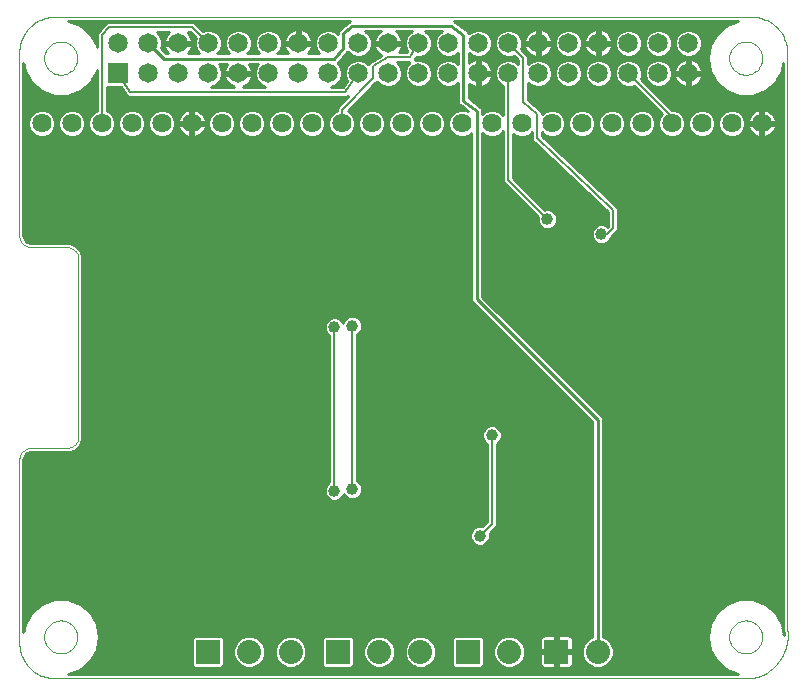
<source format=gtl>
G75*
%MOIN*%
%OFA0B0*%
%FSLAX24Y24*%
%IPPOS*%
%LPD*%
%AMOC8*
5,1,8,0,0,1.08239X$1,22.5*
%
%ADD10C,0.0010*%
%ADD11C,0.0000*%
%ADD12C,0.0650*%
%ADD13R,0.0650X0.0650*%
%ADD14C,0.0640*%
%ADD15C,0.0800*%
%ADD16R,0.0800X0.0800*%
%ADD17C,0.0100*%
%ADD18C,0.0400*%
%ADD19C,0.0080*%
%ADD20C,0.0397*%
D10*
X001331Y000671D02*
X024559Y000671D01*
X024559Y000672D02*
X024634Y000687D01*
X024707Y000706D01*
X024780Y000728D01*
X024851Y000755D01*
X024921Y000785D01*
X024989Y000819D01*
X025055Y000856D01*
X025120Y000897D01*
X025182Y000941D01*
X025241Y000988D01*
X025298Y001039D01*
X025353Y001092D01*
X025404Y001148D01*
X025453Y001207D01*
X025498Y001268D01*
X025540Y001331D01*
X025579Y001397D01*
X025614Y001464D01*
X025646Y001533D01*
X025674Y001604D01*
X025698Y001676D01*
X025718Y001749D01*
X025735Y001823D01*
X025748Y001898D01*
X025756Y001974D01*
X025761Y002050D01*
X025762Y002126D01*
X025759Y002202D01*
X025751Y002278D01*
X025740Y002353D01*
X025741Y002353D02*
X025741Y021538D01*
X025740Y021538D02*
X025738Y021604D01*
X025733Y021670D01*
X025723Y021736D01*
X025710Y021801D01*
X025694Y021865D01*
X025674Y021928D01*
X025650Y021990D01*
X025623Y022050D01*
X025593Y022109D01*
X025559Y022166D01*
X025522Y022221D01*
X025482Y022274D01*
X025440Y022325D01*
X025394Y022373D01*
X025346Y022419D01*
X025295Y022461D01*
X025242Y022501D01*
X025187Y022538D01*
X025130Y022572D01*
X025071Y022602D01*
X025011Y022629D01*
X024949Y022653D01*
X024886Y022673D01*
X024822Y022689D01*
X024757Y022702D01*
X024691Y022712D01*
X024625Y022717D01*
X024559Y022719D01*
X001331Y022719D01*
X001265Y022717D01*
X001199Y022712D01*
X001133Y022702D01*
X001068Y022689D01*
X001004Y022673D01*
X000941Y022653D01*
X000879Y022629D01*
X000819Y022602D01*
X000760Y022572D01*
X000703Y022538D01*
X000648Y022501D01*
X000595Y022461D01*
X000544Y022419D01*
X000496Y022373D01*
X000450Y022325D01*
X000408Y022274D01*
X000368Y022221D01*
X000331Y022166D01*
X000297Y022109D01*
X000267Y022050D01*
X000240Y021990D01*
X000216Y021928D01*
X000196Y021865D01*
X000180Y021801D01*
X000167Y021736D01*
X000157Y021670D01*
X000152Y021604D01*
X000150Y021538D01*
X000150Y015435D01*
X000152Y015396D01*
X000158Y015358D01*
X000167Y015321D01*
X000180Y015284D01*
X000197Y015249D01*
X000216Y015216D01*
X000239Y015185D01*
X000265Y015156D01*
X000294Y015130D01*
X000325Y015107D01*
X000358Y015088D01*
X000393Y015071D01*
X000430Y015058D01*
X000467Y015049D01*
X000505Y015043D01*
X000544Y015041D01*
X000544Y015042D02*
X001725Y015042D01*
X001764Y015040D01*
X001802Y015034D01*
X001839Y015025D01*
X001876Y015012D01*
X001911Y014995D01*
X001944Y014976D01*
X001975Y014953D01*
X002004Y014927D01*
X002030Y014898D01*
X002053Y014867D01*
X002072Y014834D01*
X002089Y014799D01*
X002102Y014762D01*
X002111Y014725D01*
X002117Y014687D01*
X002119Y014648D01*
X002119Y008742D01*
X002117Y008703D01*
X002111Y008665D01*
X002102Y008628D01*
X002089Y008591D01*
X002072Y008556D01*
X002053Y008523D01*
X002030Y008492D01*
X002004Y008463D01*
X001975Y008437D01*
X001944Y008414D01*
X001911Y008395D01*
X001876Y008378D01*
X001839Y008365D01*
X001802Y008356D01*
X001764Y008350D01*
X001725Y008348D01*
X001725Y008349D02*
X000544Y008349D01*
X000505Y008347D01*
X000467Y008341D01*
X000430Y008332D01*
X000393Y008319D01*
X000358Y008302D01*
X000325Y008283D01*
X000294Y008260D01*
X000265Y008234D01*
X000239Y008205D01*
X000216Y008174D01*
X000197Y008141D01*
X000180Y008106D01*
X000167Y008069D01*
X000158Y008032D01*
X000152Y007994D01*
X000150Y007955D01*
X000150Y001853D01*
X000152Y001787D01*
X000157Y001721D01*
X000167Y001655D01*
X000180Y001590D01*
X000196Y001526D01*
X000216Y001463D01*
X000240Y001401D01*
X000267Y001341D01*
X000297Y001282D01*
X000331Y001225D01*
X000368Y001170D01*
X000408Y001117D01*
X000450Y001066D01*
X000496Y001018D01*
X000544Y000972D01*
X000595Y000930D01*
X000648Y000890D01*
X000703Y000853D01*
X000760Y000819D01*
X000819Y000789D01*
X000879Y000762D01*
X000941Y000738D01*
X001004Y000718D01*
X001068Y000702D01*
X001133Y000689D01*
X001199Y000679D01*
X001265Y000674D01*
X001331Y000672D01*
D11*
X000977Y002049D02*
X000979Y002096D01*
X000985Y002142D01*
X000995Y002188D01*
X001008Y002233D01*
X001026Y002276D01*
X001047Y002318D01*
X001071Y002358D01*
X001099Y002395D01*
X001130Y002430D01*
X001164Y002463D01*
X001200Y002492D01*
X001239Y002518D01*
X001280Y002541D01*
X001323Y002560D01*
X001367Y002576D01*
X001412Y002588D01*
X001458Y002596D01*
X001505Y002600D01*
X001551Y002600D01*
X001598Y002596D01*
X001644Y002588D01*
X001689Y002576D01*
X001733Y002560D01*
X001776Y002541D01*
X001817Y002518D01*
X001856Y002492D01*
X001892Y002463D01*
X001926Y002430D01*
X001957Y002395D01*
X001985Y002358D01*
X002009Y002318D01*
X002030Y002276D01*
X002048Y002233D01*
X002061Y002188D01*
X002071Y002142D01*
X002077Y002096D01*
X002079Y002049D01*
X002077Y002002D01*
X002071Y001956D01*
X002061Y001910D01*
X002048Y001865D01*
X002030Y001822D01*
X002009Y001780D01*
X001985Y001740D01*
X001957Y001703D01*
X001926Y001668D01*
X001892Y001635D01*
X001856Y001606D01*
X001817Y001580D01*
X001776Y001557D01*
X001733Y001538D01*
X001689Y001522D01*
X001644Y001510D01*
X001598Y001502D01*
X001551Y001498D01*
X001505Y001498D01*
X001458Y001502D01*
X001412Y001510D01*
X001367Y001522D01*
X001323Y001538D01*
X001280Y001557D01*
X001239Y001580D01*
X001200Y001606D01*
X001164Y001635D01*
X001130Y001668D01*
X001099Y001703D01*
X001071Y001740D01*
X001047Y001780D01*
X001026Y001822D01*
X001008Y001865D01*
X000995Y001910D01*
X000985Y001956D01*
X000979Y002002D01*
X000977Y002049D01*
X000977Y021341D02*
X000979Y021388D01*
X000985Y021434D01*
X000995Y021480D01*
X001008Y021525D01*
X001026Y021568D01*
X001047Y021610D01*
X001071Y021650D01*
X001099Y021687D01*
X001130Y021722D01*
X001164Y021755D01*
X001200Y021784D01*
X001239Y021810D01*
X001280Y021833D01*
X001323Y021852D01*
X001367Y021868D01*
X001412Y021880D01*
X001458Y021888D01*
X001505Y021892D01*
X001551Y021892D01*
X001598Y021888D01*
X001644Y021880D01*
X001689Y021868D01*
X001733Y021852D01*
X001776Y021833D01*
X001817Y021810D01*
X001856Y021784D01*
X001892Y021755D01*
X001926Y021722D01*
X001957Y021687D01*
X001985Y021650D01*
X002009Y021610D01*
X002030Y021568D01*
X002048Y021525D01*
X002061Y021480D01*
X002071Y021434D01*
X002077Y021388D01*
X002079Y021341D01*
X002077Y021294D01*
X002071Y021248D01*
X002061Y021202D01*
X002048Y021157D01*
X002030Y021114D01*
X002009Y021072D01*
X001985Y021032D01*
X001957Y020995D01*
X001926Y020960D01*
X001892Y020927D01*
X001856Y020898D01*
X001817Y020872D01*
X001776Y020849D01*
X001733Y020830D01*
X001689Y020814D01*
X001644Y020802D01*
X001598Y020794D01*
X001551Y020790D01*
X001505Y020790D01*
X001458Y020794D01*
X001412Y020802D01*
X001367Y020814D01*
X001323Y020830D01*
X001280Y020849D01*
X001239Y020872D01*
X001200Y020898D01*
X001164Y020927D01*
X001130Y020960D01*
X001099Y020995D01*
X001071Y021032D01*
X001047Y021072D01*
X001026Y021114D01*
X001008Y021157D01*
X000995Y021202D01*
X000985Y021248D01*
X000979Y021294D01*
X000977Y021341D01*
X023812Y021341D02*
X023814Y021388D01*
X023820Y021434D01*
X023830Y021480D01*
X023843Y021525D01*
X023861Y021568D01*
X023882Y021610D01*
X023906Y021650D01*
X023934Y021687D01*
X023965Y021722D01*
X023999Y021755D01*
X024035Y021784D01*
X024074Y021810D01*
X024115Y021833D01*
X024158Y021852D01*
X024202Y021868D01*
X024247Y021880D01*
X024293Y021888D01*
X024340Y021892D01*
X024386Y021892D01*
X024433Y021888D01*
X024479Y021880D01*
X024524Y021868D01*
X024568Y021852D01*
X024611Y021833D01*
X024652Y021810D01*
X024691Y021784D01*
X024727Y021755D01*
X024761Y021722D01*
X024792Y021687D01*
X024820Y021650D01*
X024844Y021610D01*
X024865Y021568D01*
X024883Y021525D01*
X024896Y021480D01*
X024906Y021434D01*
X024912Y021388D01*
X024914Y021341D01*
X024912Y021294D01*
X024906Y021248D01*
X024896Y021202D01*
X024883Y021157D01*
X024865Y021114D01*
X024844Y021072D01*
X024820Y021032D01*
X024792Y020995D01*
X024761Y020960D01*
X024727Y020927D01*
X024691Y020898D01*
X024652Y020872D01*
X024611Y020849D01*
X024568Y020830D01*
X024524Y020814D01*
X024479Y020802D01*
X024433Y020794D01*
X024386Y020790D01*
X024340Y020790D01*
X024293Y020794D01*
X024247Y020802D01*
X024202Y020814D01*
X024158Y020830D01*
X024115Y020849D01*
X024074Y020872D01*
X024035Y020898D01*
X023999Y020927D01*
X023965Y020960D01*
X023934Y020995D01*
X023906Y021032D01*
X023882Y021072D01*
X023861Y021114D01*
X023843Y021157D01*
X023830Y021202D01*
X023820Y021248D01*
X023814Y021294D01*
X023812Y021341D01*
X023812Y002049D02*
X023814Y002096D01*
X023820Y002142D01*
X023830Y002188D01*
X023843Y002233D01*
X023861Y002276D01*
X023882Y002318D01*
X023906Y002358D01*
X023934Y002395D01*
X023965Y002430D01*
X023999Y002463D01*
X024035Y002492D01*
X024074Y002518D01*
X024115Y002541D01*
X024158Y002560D01*
X024202Y002576D01*
X024247Y002588D01*
X024293Y002596D01*
X024340Y002600D01*
X024386Y002600D01*
X024433Y002596D01*
X024479Y002588D01*
X024524Y002576D01*
X024568Y002560D01*
X024611Y002541D01*
X024652Y002518D01*
X024691Y002492D01*
X024727Y002463D01*
X024761Y002430D01*
X024792Y002395D01*
X024820Y002358D01*
X024844Y002318D01*
X024865Y002276D01*
X024883Y002233D01*
X024896Y002188D01*
X024906Y002142D01*
X024912Y002096D01*
X024914Y002049D01*
X024912Y002002D01*
X024906Y001956D01*
X024896Y001910D01*
X024883Y001865D01*
X024865Y001822D01*
X024844Y001780D01*
X024820Y001740D01*
X024792Y001703D01*
X024761Y001668D01*
X024727Y001635D01*
X024691Y001606D01*
X024652Y001580D01*
X024611Y001557D01*
X024568Y001538D01*
X024524Y001522D01*
X024479Y001510D01*
X024433Y001502D01*
X024386Y001498D01*
X024340Y001498D01*
X024293Y001502D01*
X024247Y001510D01*
X024202Y001522D01*
X024158Y001538D01*
X024115Y001557D01*
X024074Y001580D01*
X024035Y001606D01*
X023999Y001635D01*
X023965Y001668D01*
X023934Y001703D01*
X023906Y001740D01*
X023882Y001780D01*
X023861Y001822D01*
X023843Y001865D01*
X023830Y001910D01*
X023820Y001956D01*
X023814Y002002D01*
X023812Y002049D01*
D12*
X022445Y020841D03*
X021445Y020841D03*
X020445Y020841D03*
X019445Y020841D03*
X018445Y020841D03*
X017445Y020841D03*
X016445Y020841D03*
X015445Y020841D03*
X014445Y020841D03*
X013445Y020841D03*
X012445Y020841D03*
X011445Y020841D03*
X010445Y020841D03*
X009445Y020841D03*
X008445Y020841D03*
X007445Y020841D03*
X006445Y020841D03*
X005445Y020841D03*
X004445Y020841D03*
X004445Y021841D03*
X005445Y021841D03*
X006445Y021841D03*
X007445Y021841D03*
X008445Y021841D03*
X009445Y021841D03*
X010445Y021841D03*
X011445Y021841D03*
X012445Y021841D03*
X013445Y021841D03*
X014445Y021841D03*
X015445Y021841D03*
X016445Y021841D03*
X017445Y021841D03*
X018445Y021841D03*
X019445Y021841D03*
X020445Y021841D03*
X021445Y021841D03*
X022445Y021841D03*
X003445Y021841D03*
D13*
X003445Y020841D03*
D14*
X003900Y019171D03*
X004900Y019171D03*
X005900Y019171D03*
X006900Y019171D03*
X007900Y019171D03*
X008900Y019171D03*
X009900Y019171D03*
X010900Y019171D03*
X011900Y019171D03*
X012900Y019171D03*
X013900Y019171D03*
X014900Y019171D03*
X015900Y019171D03*
X016900Y019171D03*
X017900Y019171D03*
X018900Y019171D03*
X019900Y019171D03*
X020900Y019171D03*
X021900Y019171D03*
X022900Y019171D03*
X023900Y019171D03*
X024900Y019171D03*
X002900Y019171D03*
X001900Y019171D03*
X000900Y019171D03*
D15*
X007811Y001557D03*
X009189Y001557D03*
X012142Y001557D03*
X013520Y001557D03*
X016473Y001557D03*
X019426Y001557D03*
D16*
X018048Y001557D03*
X015095Y001557D03*
X010764Y001557D03*
X006433Y001557D03*
D17*
X005903Y001558D02*
X002689Y001558D01*
X002722Y001615D02*
X002501Y001233D01*
X002163Y000949D01*
X001771Y000806D01*
X024119Y000806D01*
X023727Y000949D01*
X023389Y001233D01*
X023169Y001615D01*
X023092Y002049D01*
X023169Y002484D01*
X023389Y002866D01*
X023727Y003150D01*
X024142Y003301D01*
X024583Y003301D01*
X024998Y003150D01*
X025336Y002866D01*
X025556Y002484D01*
X025622Y002112D01*
X025626Y002158D01*
X025612Y002290D01*
X025606Y002297D01*
X025606Y002341D01*
X025598Y002384D01*
X025606Y002395D01*
X025606Y021185D01*
X025556Y020906D01*
X025336Y020524D01*
X024998Y020241D01*
X024583Y020090D01*
X024142Y020090D01*
X023727Y020241D01*
X023389Y020524D01*
X023169Y020906D01*
X023092Y021341D01*
X023169Y021775D01*
X023389Y022157D01*
X023727Y022441D01*
X024119Y022584D01*
X014642Y022584D01*
X014668Y022558D01*
X015010Y022301D01*
X015025Y022301D01*
X015068Y022258D01*
X015118Y022221D01*
X015120Y022206D01*
X015130Y022196D01*
X015130Y022169D01*
X015188Y022227D01*
X015355Y022296D01*
X015536Y022296D01*
X015703Y022227D01*
X015831Y022099D01*
X015900Y021931D01*
X015900Y021750D01*
X015831Y021583D01*
X015703Y021455D01*
X016188Y021455D01*
X016355Y021386D01*
X016536Y021386D01*
X016624Y021422D01*
X016780Y021266D01*
X016780Y021150D01*
X016703Y021227D01*
X016536Y021296D01*
X016355Y021296D01*
X016188Y021227D01*
X016060Y021099D01*
X015990Y020931D01*
X015990Y020750D01*
X016060Y020583D01*
X016188Y020455D01*
X016276Y020418D01*
X016277Y019431D01*
X016155Y019553D01*
X015990Y019621D01*
X015810Y019621D01*
X015645Y019553D01*
X015580Y019488D01*
X015580Y019510D01*
X015588Y019520D01*
X015580Y019583D01*
X015580Y019646D01*
X015571Y019655D01*
X015569Y019668D01*
X015519Y019707D01*
X015475Y019751D01*
X015462Y019751D01*
X015130Y020010D01*
X015130Y020484D01*
X015136Y020478D01*
X015196Y020435D01*
X015263Y020401D01*
X015334Y020377D01*
X015395Y020368D01*
X015395Y020791D01*
X015495Y020791D01*
X015495Y020368D01*
X015557Y020377D01*
X015628Y020401D01*
X015694Y020435D01*
X015755Y020478D01*
X015808Y020531D01*
X015852Y020592D01*
X015885Y020658D01*
X015909Y020730D01*
X015918Y020791D01*
X015495Y020791D01*
X015495Y020891D01*
X015395Y020891D01*
X015395Y021314D01*
X015334Y021304D01*
X015263Y021281D01*
X015196Y021247D01*
X015136Y021203D01*
X015130Y021197D01*
X015130Y021513D01*
X015188Y021455D01*
X015130Y021455D01*
X015188Y021455D02*
X015355Y021386D01*
X015536Y021386D01*
X015703Y021455D01*
X015802Y021554D02*
X016089Y021554D01*
X016060Y021583D02*
X015990Y021750D01*
X015990Y021931D01*
X016060Y022099D01*
X016188Y022227D01*
X016355Y022296D01*
X016536Y022296D01*
X016703Y022227D01*
X016831Y022099D01*
X016900Y021931D01*
X016900Y021750D01*
X016864Y021663D01*
X017120Y021406D01*
X017120Y021159D01*
X017188Y021227D01*
X017355Y021296D01*
X017536Y021296D01*
X017703Y021227D01*
X017831Y021099D01*
X017900Y020931D01*
X017900Y020750D01*
X017831Y020583D01*
X017703Y020455D01*
X017536Y020386D01*
X017355Y020386D01*
X017188Y020455D01*
X017120Y020523D01*
X017120Y019948D01*
X017465Y019641D01*
X017470Y019641D01*
X017517Y019595D01*
X017566Y019552D01*
X017566Y019546D01*
X017570Y019542D01*
X017570Y019478D01*
X017645Y019553D01*
X017810Y019621D01*
X017990Y019621D01*
X018155Y019553D01*
X018281Y019426D01*
X018350Y019261D01*
X018350Y019082D01*
X018281Y018917D01*
X018155Y018790D01*
X017990Y018721D01*
X017810Y018721D01*
X017645Y018790D01*
X017570Y018865D01*
X017570Y018745D01*
X020017Y016441D01*
X020020Y016441D01*
X020068Y016394D01*
X020118Y016347D01*
X020118Y016344D01*
X020120Y016342D01*
X020120Y016274D01*
X020122Y016206D01*
X020120Y016204D01*
X020120Y015601D01*
X019920Y015401D01*
X019845Y015327D01*
X019828Y015285D01*
X019736Y015193D01*
X019615Y015143D01*
X019485Y015143D01*
X019364Y015193D01*
X019272Y015285D01*
X019222Y015406D01*
X019222Y015537D01*
X019272Y015658D01*
X019364Y015750D01*
X019485Y015800D01*
X019615Y015800D01*
X019736Y015750D01*
X019762Y015724D01*
X019780Y015742D01*
X019744Y015742D01*
X019780Y015742D02*
X019780Y016198D01*
X017333Y018501D01*
X017330Y018501D01*
X017282Y018549D01*
X017232Y018596D01*
X017232Y018599D01*
X017230Y018601D01*
X017230Y018669D01*
X017228Y018737D01*
X017230Y018739D01*
X017230Y018865D01*
X017155Y018790D01*
X016990Y018721D01*
X016810Y018721D01*
X016645Y018790D01*
X016618Y018817D01*
X016620Y017342D01*
X017669Y016293D01*
X017685Y016300D01*
X017815Y016300D01*
X017936Y016250D01*
X018028Y016158D01*
X018078Y016037D01*
X018078Y015906D01*
X018028Y015785D01*
X017936Y015693D01*
X017815Y015643D01*
X017685Y015643D01*
X017564Y015693D01*
X017472Y015785D01*
X017422Y015906D01*
X017422Y016037D01*
X017428Y016053D01*
X016330Y017151D01*
X016280Y017201D01*
X016280Y017201D01*
X016280Y017271D01*
X016278Y018913D01*
X016155Y018790D01*
X015990Y018721D01*
X015810Y018721D01*
X015645Y018790D01*
X015580Y018855D01*
X015580Y013396D01*
X019500Y009476D01*
X019606Y009370D01*
X019606Y002056D01*
X019726Y002007D01*
X019875Y001858D01*
X019956Y001663D01*
X019956Y001452D01*
X019875Y001257D01*
X019726Y001108D01*
X019531Y001027D01*
X019320Y001027D01*
X019125Y001108D01*
X018976Y001257D01*
X018896Y001452D01*
X018896Y001663D01*
X018976Y001858D01*
X019125Y002007D01*
X019246Y002056D01*
X019246Y009221D01*
X015220Y013247D01*
X015220Y018855D01*
X015155Y018790D01*
X014990Y018721D01*
X014810Y018721D01*
X014645Y018790D01*
X014519Y018917D01*
X014450Y019082D01*
X014450Y019261D01*
X014519Y019426D01*
X014645Y019553D01*
X014810Y019621D01*
X014990Y019621D01*
X015103Y019575D01*
X014888Y019741D01*
X014875Y019741D01*
X014831Y019786D01*
X014781Y019825D01*
X014779Y019838D01*
X014770Y019847D01*
X014770Y019910D01*
X014762Y019973D01*
X014770Y019983D01*
X014770Y020522D01*
X014703Y020455D01*
X014536Y020386D01*
X014355Y020386D01*
X014188Y020455D01*
X014060Y020583D01*
X013990Y020750D01*
X013990Y020931D01*
X014060Y021099D01*
X014188Y021227D01*
X014355Y021296D01*
X014536Y021296D01*
X014703Y021227D01*
X014770Y021160D01*
X014770Y021160D01*
X014770Y021522D01*
X014703Y021455D01*
X014770Y021455D01*
X014703Y021455D02*
X014536Y021386D01*
X014355Y021386D01*
X014188Y021455D01*
X013703Y021455D01*
X013831Y021583D01*
X013900Y021750D01*
X013900Y021931D01*
X013831Y022099D01*
X013703Y022227D01*
X013667Y022241D01*
X014224Y022241D01*
X014188Y022227D01*
X014060Y022099D01*
X013990Y021931D01*
X013990Y021750D01*
X014060Y021583D01*
X014188Y021455D01*
X014089Y021554D02*
X013802Y021554D01*
X013860Y021652D02*
X014031Y021652D01*
X013990Y021751D02*
X013900Y021751D01*
X013900Y021849D02*
X013990Y021849D01*
X013997Y021948D02*
X013894Y021948D01*
X013853Y022046D02*
X014038Y022046D01*
X014106Y022145D02*
X013785Y022145D01*
X013224Y022241D02*
X013188Y022227D01*
X013060Y022099D01*
X012990Y021931D01*
X012990Y021750D01*
X013060Y021583D01*
X013086Y021556D01*
X013078Y021541D01*
X012815Y021541D01*
X012852Y021592D01*
X012885Y021658D01*
X012909Y021730D01*
X012918Y021791D01*
X012495Y021791D01*
X012495Y021891D01*
X012918Y021891D01*
X012909Y021952D01*
X012885Y022023D01*
X012852Y022090D01*
X012808Y022150D01*
X012755Y022203D01*
X012702Y022241D01*
X013224Y022241D01*
X013106Y022145D02*
X012812Y022145D01*
X012874Y022046D02*
X013038Y022046D01*
X012997Y021948D02*
X012909Y021948D01*
X012990Y021849D02*
X012495Y021849D01*
X012395Y021849D02*
X011900Y021849D01*
X011900Y021931D02*
X011831Y022099D01*
X011703Y022227D01*
X011667Y022241D01*
X012189Y022241D01*
X012136Y022203D01*
X012083Y022150D01*
X012039Y022090D01*
X012005Y022023D01*
X011982Y021952D01*
X011972Y021891D01*
X012395Y021891D01*
X012395Y021791D01*
X011972Y021791D01*
X011982Y021730D01*
X012005Y021658D01*
X012039Y021592D01*
X012083Y021531D01*
X012136Y021478D01*
X012196Y021435D01*
X012212Y021427D01*
X011903Y021241D01*
X011880Y021241D01*
X011845Y021206D01*
X011802Y021181D01*
X011796Y021158D01*
X011784Y021146D01*
X011703Y021227D01*
X011536Y021296D01*
X011355Y021296D01*
X011188Y021227D01*
X011060Y021099D01*
X010990Y020931D01*
X010990Y020750D01*
X011059Y020584D01*
X010926Y020391D01*
X010550Y020391D01*
X010703Y020455D01*
X010831Y020583D01*
X010900Y020750D01*
X010900Y020931D01*
X010831Y021099D01*
X010758Y021171D01*
X010782Y021199D01*
X010830Y021247D01*
X010830Y021255D01*
X011082Y021549D01*
X011088Y021555D01*
X011188Y021455D01*
X011002Y021455D01*
X011087Y021554D02*
X011089Y021554D01*
X011188Y021455D02*
X011355Y021386D01*
X011536Y021386D01*
X011703Y021455D01*
X012168Y021455D01*
X012095Y021357D02*
X010917Y021357D01*
X010833Y021258D02*
X011264Y021258D01*
X011121Y021160D02*
X010770Y021160D01*
X010847Y021061D02*
X011044Y021061D01*
X011003Y020963D02*
X010887Y020963D01*
X010900Y020864D02*
X010990Y020864D01*
X010990Y020766D02*
X010900Y020766D01*
X010866Y020667D02*
X011025Y020667D01*
X011049Y020569D02*
X010817Y020569D01*
X010718Y020470D02*
X010980Y020470D01*
X010961Y020051D02*
X010975Y020042D01*
X011030Y020051D01*
X011085Y020051D01*
X011097Y020064D01*
X011103Y020065D01*
X010730Y019692D01*
X010730Y019588D01*
X010645Y019553D01*
X010519Y019426D01*
X010450Y019261D01*
X010450Y019082D01*
X010519Y018917D01*
X010645Y018790D01*
X010810Y018721D01*
X010990Y018721D01*
X011155Y018790D01*
X011281Y018917D01*
X011350Y019082D01*
X011350Y019261D01*
X011281Y019426D01*
X011155Y019553D01*
X011096Y019577D01*
X012020Y020501D01*
X012081Y020562D01*
X012188Y020455D01*
X012355Y020386D01*
X012536Y020386D01*
X012703Y020455D01*
X012831Y020583D01*
X012900Y020750D01*
X012900Y020931D01*
X012831Y021099D01*
X012728Y021201D01*
X013131Y021201D01*
X013151Y021190D01*
X013060Y021099D01*
X012990Y020931D01*
X012990Y020750D01*
X013060Y020583D01*
X013188Y020455D01*
X013355Y020386D01*
X013536Y020386D01*
X013703Y020455D01*
X013831Y020583D01*
X013900Y020750D01*
X013900Y020931D01*
X013831Y021099D01*
X013703Y021227D01*
X013536Y021296D01*
X013355Y021296D01*
X013331Y021286D01*
X013346Y021301D01*
X013346Y021326D01*
X013380Y021386D01*
X013536Y021386D01*
X013703Y021455D01*
X013627Y021258D02*
X014264Y021258D01*
X014121Y021160D02*
X013770Y021160D01*
X013847Y021061D02*
X014044Y021061D01*
X014003Y020963D02*
X013887Y020963D01*
X013900Y020864D02*
X013990Y020864D01*
X013990Y020766D02*
X013900Y020766D01*
X013866Y020667D02*
X014025Y020667D01*
X014074Y020569D02*
X013817Y020569D01*
X013718Y020470D02*
X014173Y020470D01*
X014718Y020470D02*
X014770Y020470D01*
X014770Y020372D02*
X011890Y020372D01*
X011792Y020273D02*
X014770Y020273D01*
X014770Y020175D02*
X011693Y020175D01*
X011595Y020076D02*
X014770Y020076D01*
X014766Y019978D02*
X011496Y019978D01*
X011398Y019879D02*
X014770Y019879D01*
X014836Y019781D02*
X011299Y019781D01*
X011201Y019682D02*
X014965Y019682D01*
X015081Y019584D02*
X015091Y019584D01*
X015400Y019571D02*
X015400Y013321D01*
X019426Y009296D01*
X019426Y001557D01*
X019069Y001164D02*
X018598Y001164D01*
X018598Y001138D02*
X018598Y001507D01*
X018098Y001507D01*
X018098Y001607D01*
X018598Y001607D01*
X018598Y001977D01*
X018587Y002015D01*
X018568Y002049D01*
X018540Y002077D01*
X018506Y002097D01*
X018467Y002107D01*
X018098Y002107D01*
X018098Y001607D01*
X017998Y001607D01*
X017998Y001507D01*
X018098Y001507D01*
X018098Y001007D01*
X018467Y001007D01*
X018506Y001018D01*
X018540Y001037D01*
X018568Y001065D01*
X018587Y001099D01*
X018598Y001138D01*
X018568Y001065D02*
X019228Y001065D01*
X018974Y001262D02*
X018598Y001262D01*
X018598Y001361D02*
X018933Y001361D01*
X018896Y001459D02*
X018598Y001459D01*
X018598Y001656D02*
X018896Y001656D01*
X018896Y001558D02*
X018098Y001558D01*
X018098Y001656D02*
X017998Y001656D01*
X017998Y001607D02*
X017998Y002107D01*
X017628Y002107D01*
X017590Y002097D01*
X017556Y002077D01*
X017528Y002049D01*
X017508Y002015D01*
X017498Y001977D01*
X017498Y001607D01*
X017998Y001607D01*
X017998Y001558D02*
X017003Y001558D01*
X017003Y001656D02*
X017498Y001656D01*
X017498Y001755D02*
X016965Y001755D01*
X017003Y001663D02*
X016922Y001858D01*
X016773Y002007D01*
X016578Y002087D01*
X016367Y002087D01*
X016173Y002007D01*
X016024Y001858D01*
X015943Y001663D01*
X015943Y001452D01*
X016024Y001257D01*
X016173Y001108D01*
X016367Y001027D01*
X016578Y001027D01*
X016773Y001108D01*
X016922Y001257D01*
X017003Y001452D01*
X017003Y001663D01*
X017003Y001459D02*
X017498Y001459D01*
X017498Y001507D02*
X017498Y001138D01*
X017508Y001099D01*
X017528Y001065D01*
X017556Y001037D01*
X017590Y001018D01*
X017628Y001007D01*
X017998Y001007D01*
X017998Y001507D01*
X017498Y001507D01*
X017498Y001361D02*
X016965Y001361D01*
X016924Y001262D02*
X017498Y001262D01*
X017498Y001164D02*
X016829Y001164D01*
X016670Y001065D02*
X017527Y001065D01*
X017998Y001065D02*
X018098Y001065D01*
X018098Y001164D02*
X017998Y001164D01*
X017998Y001262D02*
X018098Y001262D01*
X018098Y001361D02*
X017998Y001361D01*
X017998Y001459D02*
X018098Y001459D01*
X018098Y001755D02*
X017998Y001755D01*
X017998Y001853D02*
X018098Y001853D01*
X018098Y001952D02*
X017998Y001952D01*
X017998Y002050D02*
X018098Y002050D01*
X018567Y002050D02*
X019231Y002050D01*
X019246Y002149D02*
X002781Y002149D01*
X002798Y002050D02*
X005943Y002050D01*
X005980Y002087D02*
X005903Y002011D01*
X005903Y001103D01*
X005980Y001027D01*
X006887Y001027D01*
X006963Y001103D01*
X006963Y002011D01*
X006887Y002087D01*
X005980Y002087D01*
X005903Y001952D02*
X002781Y001952D01*
X002798Y002049D02*
X002722Y002484D01*
X002501Y002866D01*
X002163Y003150D01*
X001749Y003301D01*
X001307Y003301D01*
X000893Y003150D01*
X000555Y002866D01*
X000334Y002484D01*
X000285Y002206D01*
X000285Y007955D01*
X000290Y008005D01*
X000329Y008099D01*
X000400Y008170D01*
X000493Y008209D01*
X000544Y008214D01*
X001830Y008214D01*
X002024Y008294D01*
X002024Y008294D01*
X002173Y008443D01*
X002254Y008637D01*
X002254Y014753D01*
X002173Y014947D01*
X002173Y014947D01*
X002024Y015096D01*
X001830Y015177D01*
X000544Y015177D01*
X000493Y015182D01*
X000400Y015220D01*
X000329Y015292D01*
X000290Y015385D01*
X000285Y015435D01*
X000285Y021185D01*
X000334Y020906D01*
X000555Y020524D01*
X000893Y020241D01*
X001307Y020090D01*
X001749Y020090D01*
X002163Y020241D01*
X002501Y020524D01*
X002722Y020906D01*
X002730Y020953D01*
X002730Y019588D01*
X002645Y019553D01*
X002519Y019426D01*
X002450Y019261D01*
X002450Y019082D01*
X002519Y018917D01*
X002645Y018790D01*
X002810Y018721D01*
X002990Y018721D01*
X003155Y018790D01*
X003281Y018917D01*
X003350Y019082D01*
X003350Y019261D01*
X003281Y019426D01*
X003155Y019553D01*
X003070Y019588D01*
X003070Y020386D01*
X003533Y020386D01*
X003680Y020169D01*
X003680Y020151D01*
X003718Y020113D01*
X003749Y020068D01*
X003767Y020064D01*
X003780Y020051D01*
X003834Y020051D01*
X003887Y020041D01*
X003902Y020051D01*
X010961Y020051D01*
X011016Y019978D02*
X003070Y019978D01*
X003070Y020076D02*
X003743Y020076D01*
X003676Y020175D02*
X003070Y020175D01*
X003070Y020273D02*
X003609Y020273D01*
X003542Y020372D02*
X003070Y020372D01*
X002730Y020372D02*
X002319Y020372D01*
X002437Y020470D02*
X002730Y020470D01*
X002730Y020569D02*
X002527Y020569D01*
X002584Y020667D02*
X002730Y020667D01*
X002730Y020766D02*
X002641Y020766D01*
X002697Y020864D02*
X002730Y020864D01*
X002730Y020273D02*
X002202Y020273D01*
X001982Y020175D02*
X002730Y020175D01*
X002730Y020076D02*
X000285Y020076D01*
X000285Y019978D02*
X002730Y019978D01*
X002730Y019879D02*
X000285Y019879D01*
X000285Y019781D02*
X002730Y019781D01*
X002730Y019682D02*
X000285Y019682D01*
X000285Y019584D02*
X000719Y019584D01*
X000645Y019553D02*
X000519Y019426D01*
X000450Y019261D01*
X000450Y019082D01*
X000519Y018917D01*
X000645Y018790D01*
X000810Y018721D01*
X000990Y018721D01*
X001155Y018790D01*
X001281Y018917D01*
X001350Y019082D01*
X001350Y019261D01*
X001281Y019426D01*
X001155Y019553D01*
X000990Y019621D01*
X000810Y019621D01*
X000645Y019553D01*
X000577Y019485D02*
X000285Y019485D01*
X000285Y019387D02*
X000502Y019387D01*
X000461Y019288D02*
X000285Y019288D01*
X000285Y019190D02*
X000450Y019190D01*
X000450Y019091D02*
X000285Y019091D01*
X000285Y018993D02*
X000487Y018993D01*
X000541Y018894D02*
X000285Y018894D01*
X000285Y018796D02*
X000640Y018796D01*
X000285Y018697D02*
X015220Y018697D01*
X015220Y018599D02*
X000285Y018599D01*
X000285Y018500D02*
X015220Y018500D01*
X015220Y018402D02*
X000285Y018402D01*
X000285Y018303D02*
X015220Y018303D01*
X015220Y018205D02*
X000285Y018205D01*
X000285Y018106D02*
X015220Y018106D01*
X015220Y018008D02*
X000285Y018008D01*
X000285Y017909D02*
X015220Y017909D01*
X015220Y017811D02*
X000285Y017811D01*
X000285Y017712D02*
X015220Y017712D01*
X015220Y017614D02*
X000285Y017614D01*
X000285Y017515D02*
X015220Y017515D01*
X015220Y017417D02*
X000285Y017417D01*
X000285Y017318D02*
X015220Y017318D01*
X015220Y017220D02*
X000285Y017220D01*
X000285Y017121D02*
X015220Y017121D01*
X015220Y017023D02*
X000285Y017023D01*
X000285Y016924D02*
X015220Y016924D01*
X015220Y016826D02*
X000285Y016826D01*
X000285Y016727D02*
X015220Y016727D01*
X015220Y016629D02*
X000285Y016629D01*
X000285Y016530D02*
X015220Y016530D01*
X015220Y016432D02*
X000285Y016432D01*
X000285Y016333D02*
X015220Y016333D01*
X015220Y016235D02*
X000285Y016235D01*
X000285Y016136D02*
X015220Y016136D01*
X015220Y016038D02*
X000285Y016038D01*
X000285Y015939D02*
X015220Y015939D01*
X015220Y015841D02*
X000285Y015841D01*
X000285Y015742D02*
X015220Y015742D01*
X015220Y015644D02*
X000285Y015644D01*
X000285Y015545D02*
X015220Y015545D01*
X015220Y015447D02*
X000285Y015447D01*
X000305Y015348D02*
X015220Y015348D01*
X015220Y015250D02*
X000371Y015250D01*
X001892Y015151D02*
X015220Y015151D01*
X015220Y015053D02*
X002068Y015053D01*
X002024Y015096D02*
X002024Y015096D01*
X002166Y014954D02*
X015220Y014954D01*
X015220Y014856D02*
X002211Y014856D01*
X002252Y014757D02*
X015220Y014757D01*
X015220Y014659D02*
X002254Y014659D01*
X002254Y014560D02*
X015220Y014560D01*
X015220Y014462D02*
X002254Y014462D01*
X002254Y014363D02*
X015220Y014363D01*
X015220Y014265D02*
X002254Y014265D01*
X002254Y014166D02*
X015220Y014166D01*
X015220Y014068D02*
X002254Y014068D01*
X002254Y013969D02*
X015220Y013969D01*
X015220Y013871D02*
X002254Y013871D01*
X002254Y013772D02*
X015220Y013772D01*
X015220Y013674D02*
X002254Y013674D01*
X002254Y013575D02*
X015220Y013575D01*
X015220Y013477D02*
X002254Y013477D01*
X002254Y013378D02*
X015220Y013378D01*
X015220Y013280D02*
X002254Y013280D01*
X002254Y013181D02*
X015286Y013181D01*
X015384Y013083D02*
X002254Y013083D01*
X002254Y012984D02*
X015483Y012984D01*
X015581Y012886D02*
X002254Y012886D01*
X002254Y012787D02*
X015680Y012787D01*
X015778Y012689D02*
X011447Y012689D01*
X011436Y012700D02*
X011315Y012750D01*
X011185Y012750D01*
X011064Y012700D01*
X010972Y012608D01*
X010940Y012530D01*
X010928Y012558D01*
X010836Y012650D01*
X010715Y012700D01*
X010585Y012700D01*
X010464Y012650D01*
X010372Y012558D01*
X010322Y012437D01*
X010322Y012306D01*
X010372Y012185D01*
X010464Y012093D01*
X010480Y012086D01*
X010480Y007207D01*
X010464Y007200D01*
X010372Y007108D01*
X010322Y006987D01*
X010322Y006856D01*
X010372Y006735D01*
X010464Y006643D01*
X010585Y006593D01*
X010715Y006593D01*
X010836Y006643D01*
X010928Y006735D01*
X010960Y006813D01*
X010972Y006785D01*
X011064Y006693D01*
X011185Y006643D01*
X011315Y006643D01*
X011436Y006693D01*
X011528Y006785D01*
X011578Y006906D01*
X011578Y007037D01*
X011528Y007158D01*
X011436Y007250D01*
X011420Y007257D01*
X011420Y012136D01*
X011436Y012143D01*
X011528Y012235D01*
X011578Y012356D01*
X011578Y012487D01*
X011528Y012608D01*
X011436Y012700D01*
X011536Y012590D02*
X015877Y012590D01*
X015975Y012492D02*
X011576Y012492D01*
X011578Y012393D02*
X016074Y012393D01*
X016172Y012295D02*
X011553Y012295D01*
X011489Y012196D02*
X016271Y012196D01*
X016369Y012098D02*
X011420Y012098D01*
X011420Y011999D02*
X016468Y011999D01*
X016566Y011901D02*
X011420Y011901D01*
X011420Y011802D02*
X016665Y011802D01*
X016763Y011704D02*
X011420Y011704D01*
X011420Y011605D02*
X016862Y011605D01*
X016960Y011507D02*
X011420Y011507D01*
X011420Y011408D02*
X017059Y011408D01*
X017157Y011310D02*
X011420Y011310D01*
X011420Y011211D02*
X017256Y011211D01*
X017354Y011113D02*
X011420Y011113D01*
X011420Y011014D02*
X017453Y011014D01*
X017551Y010916D02*
X011420Y010916D01*
X011420Y010817D02*
X017650Y010817D01*
X017748Y010719D02*
X011420Y010719D01*
X011420Y010620D02*
X017847Y010620D01*
X017945Y010522D02*
X011420Y010522D01*
X011420Y010423D02*
X018044Y010423D01*
X018142Y010325D02*
X011420Y010325D01*
X011420Y010226D02*
X018241Y010226D01*
X018339Y010128D02*
X011420Y010128D01*
X011420Y010029D02*
X018438Y010029D01*
X018536Y009931D02*
X011420Y009931D01*
X011420Y009832D02*
X018635Y009832D01*
X018733Y009734D02*
X011420Y009734D01*
X011420Y009635D02*
X018832Y009635D01*
X018930Y009537D02*
X011420Y009537D01*
X011420Y009438D02*
X019029Y009438D01*
X019127Y009340D02*
X011420Y009340D01*
X011420Y009241D02*
X019226Y009241D01*
X019246Y009143D02*
X011420Y009143D01*
X011420Y009044D02*
X015708Y009044D01*
X015714Y009050D02*
X015622Y008958D01*
X015572Y008837D01*
X015572Y008706D01*
X015622Y008585D01*
X015714Y008493D01*
X015730Y008486D01*
X015730Y005892D01*
X000285Y005892D01*
X000285Y005794D02*
X015632Y005794D01*
X015581Y005743D02*
X015565Y005750D01*
X015435Y005750D01*
X015314Y005700D01*
X015222Y005608D01*
X015172Y005487D01*
X015172Y005356D01*
X015222Y005235D01*
X015314Y005143D01*
X015435Y005093D01*
X015565Y005093D01*
X015686Y005143D01*
X015778Y005235D01*
X015828Y005356D01*
X015828Y005487D01*
X015822Y005503D01*
X015970Y005651D01*
X016070Y005751D01*
X016070Y008486D01*
X016086Y008493D01*
X016178Y008585D01*
X016228Y008706D01*
X016228Y008837D01*
X016178Y008958D01*
X016086Y009050D01*
X015965Y009100D01*
X015835Y009100D01*
X015714Y009050D01*
X015617Y008946D02*
X011420Y008946D01*
X011420Y008847D02*
X015576Y008847D01*
X015572Y008749D02*
X011420Y008749D01*
X011420Y008650D02*
X015595Y008650D01*
X015656Y008552D02*
X011420Y008552D01*
X011420Y008453D02*
X015730Y008453D01*
X015730Y008355D02*
X011420Y008355D01*
X011420Y008256D02*
X015730Y008256D01*
X015730Y008158D02*
X011420Y008158D01*
X011420Y008059D02*
X015730Y008059D01*
X015730Y007961D02*
X011420Y007961D01*
X011420Y007862D02*
X015730Y007862D01*
X015730Y007764D02*
X011420Y007764D01*
X011420Y007665D02*
X015730Y007665D01*
X015730Y007567D02*
X011420Y007567D01*
X011420Y007468D02*
X015730Y007468D01*
X015730Y007370D02*
X011420Y007370D01*
X011420Y007271D02*
X015730Y007271D01*
X015730Y007173D02*
X011513Y007173D01*
X011563Y007074D02*
X015730Y007074D01*
X015730Y006976D02*
X011578Y006976D01*
X011566Y006877D02*
X015730Y006877D01*
X015730Y006779D02*
X011521Y006779D01*
X011405Y006680D02*
X015730Y006680D01*
X015730Y006582D02*
X000285Y006582D01*
X000285Y006680D02*
X010427Y006680D01*
X010354Y006779D02*
X000285Y006779D01*
X000285Y006877D02*
X010322Y006877D01*
X010322Y006976D02*
X000285Y006976D01*
X000285Y007074D02*
X010358Y007074D01*
X010437Y007173D02*
X000285Y007173D01*
X000285Y007271D02*
X010480Y007271D01*
X010480Y007370D02*
X000285Y007370D01*
X000285Y007468D02*
X010480Y007468D01*
X010480Y007567D02*
X000285Y007567D01*
X000285Y007665D02*
X010480Y007665D01*
X010480Y007764D02*
X000285Y007764D01*
X000285Y007862D02*
X010480Y007862D01*
X010480Y007961D02*
X000286Y007961D01*
X000312Y008059D02*
X010480Y008059D01*
X010480Y008158D02*
X000387Y008158D01*
X001932Y008256D02*
X010480Y008256D01*
X010480Y008355D02*
X002085Y008355D01*
X002173Y008443D02*
X002173Y008443D01*
X002177Y008453D02*
X010480Y008453D01*
X010480Y008552D02*
X002218Y008552D01*
X002254Y008650D02*
X010480Y008650D01*
X010480Y008749D02*
X002254Y008749D01*
X002254Y008847D02*
X010480Y008847D01*
X010480Y008946D02*
X002254Y008946D01*
X002254Y009044D02*
X010480Y009044D01*
X010480Y009143D02*
X002254Y009143D01*
X002254Y009241D02*
X010480Y009241D01*
X010480Y009340D02*
X002254Y009340D01*
X002254Y009438D02*
X010480Y009438D01*
X010480Y009537D02*
X002254Y009537D01*
X002254Y009635D02*
X010480Y009635D01*
X010480Y009734D02*
X002254Y009734D01*
X002254Y009832D02*
X010480Y009832D01*
X010480Y009931D02*
X002254Y009931D01*
X002254Y010029D02*
X010480Y010029D01*
X010480Y010128D02*
X002254Y010128D01*
X002254Y010226D02*
X010480Y010226D01*
X010480Y010325D02*
X002254Y010325D01*
X002254Y010423D02*
X010480Y010423D01*
X010480Y010522D02*
X002254Y010522D01*
X002254Y010620D02*
X010480Y010620D01*
X010480Y010719D02*
X002254Y010719D01*
X002254Y010817D02*
X010480Y010817D01*
X010480Y010916D02*
X002254Y010916D01*
X002254Y011014D02*
X010480Y011014D01*
X010480Y011113D02*
X002254Y011113D01*
X002254Y011211D02*
X010480Y011211D01*
X010480Y011310D02*
X002254Y011310D01*
X002254Y011408D02*
X010480Y011408D01*
X010480Y011507D02*
X002254Y011507D01*
X002254Y011605D02*
X010480Y011605D01*
X010480Y011704D02*
X002254Y011704D01*
X002254Y011802D02*
X010480Y011802D01*
X010480Y011901D02*
X002254Y011901D01*
X002254Y011999D02*
X010480Y011999D01*
X010460Y012098D02*
X002254Y012098D01*
X002254Y012196D02*
X010367Y012196D01*
X010326Y012295D02*
X002254Y012295D01*
X002254Y012393D02*
X010322Y012393D01*
X010344Y012492D02*
X002254Y012492D01*
X002254Y012590D02*
X010404Y012590D01*
X010557Y012689D02*
X002254Y012689D01*
X001990Y018721D02*
X001810Y018721D01*
X001645Y018790D01*
X001519Y018917D01*
X001450Y019082D01*
X001450Y019261D01*
X001519Y019426D01*
X001645Y019553D01*
X001810Y019621D01*
X001990Y019621D01*
X002155Y019553D01*
X002281Y019426D01*
X002350Y019261D01*
X002350Y019082D01*
X002281Y018917D01*
X002155Y018790D01*
X001990Y018721D01*
X002160Y018796D02*
X002640Y018796D01*
X002541Y018894D02*
X002259Y018894D01*
X002313Y018993D02*
X002487Y018993D01*
X002450Y019091D02*
X002350Y019091D01*
X002350Y019190D02*
X002450Y019190D01*
X002461Y019288D02*
X002339Y019288D01*
X002298Y019387D02*
X002502Y019387D01*
X002577Y019485D02*
X002223Y019485D01*
X002081Y019584D02*
X002719Y019584D01*
X003081Y019584D02*
X003719Y019584D01*
X003645Y019553D02*
X003519Y019426D01*
X003450Y019261D01*
X003450Y019082D01*
X003519Y018917D01*
X003645Y018790D01*
X003810Y018721D01*
X003990Y018721D01*
X004155Y018790D01*
X004281Y018917D01*
X004350Y019082D01*
X004350Y019261D01*
X004281Y019426D01*
X004155Y019553D01*
X003990Y019621D01*
X003810Y019621D01*
X003645Y019553D01*
X003577Y019485D02*
X003223Y019485D01*
X003298Y019387D02*
X003502Y019387D01*
X003461Y019288D02*
X003339Y019288D01*
X003350Y019190D02*
X003450Y019190D01*
X003450Y019091D02*
X003350Y019091D01*
X003313Y018993D02*
X003487Y018993D01*
X003541Y018894D02*
X003259Y018894D01*
X003160Y018796D02*
X003640Y018796D01*
X004160Y018796D02*
X004640Y018796D01*
X004645Y018790D02*
X004810Y018721D01*
X004990Y018721D01*
X005155Y018790D01*
X005281Y018917D01*
X005350Y019082D01*
X005350Y019261D01*
X005281Y019426D01*
X005155Y019553D01*
X004990Y019621D01*
X004810Y019621D01*
X004645Y019553D01*
X004519Y019426D01*
X004450Y019261D01*
X004450Y019082D01*
X004519Y018917D01*
X004645Y018790D01*
X004541Y018894D02*
X004259Y018894D01*
X004313Y018993D02*
X004487Y018993D01*
X004450Y019091D02*
X004350Y019091D01*
X004350Y019190D02*
X004450Y019190D01*
X004461Y019288D02*
X004339Y019288D01*
X004298Y019387D02*
X004502Y019387D01*
X004577Y019485D02*
X004223Y019485D01*
X004081Y019584D02*
X004719Y019584D01*
X005081Y019584D02*
X005673Y019584D01*
X005654Y019573D02*
X005594Y019530D01*
X005542Y019478D01*
X005498Y019418D01*
X005464Y019352D01*
X005442Y019282D01*
X005432Y019221D01*
X005850Y019221D01*
X005850Y019121D01*
X005950Y019121D01*
X005950Y018704D01*
X006010Y018713D01*
X006080Y018736D01*
X006146Y018770D01*
X006206Y018813D01*
X006258Y018865D01*
X006302Y018925D01*
X006336Y018991D01*
X006358Y019061D01*
X006368Y019121D01*
X005950Y019121D01*
X005950Y019221D01*
X006368Y019221D01*
X006358Y019282D01*
X006336Y019352D01*
X006302Y019418D01*
X006258Y019478D01*
X006206Y019530D01*
X006146Y019573D01*
X006080Y019607D01*
X006010Y019630D01*
X005950Y019639D01*
X005950Y019222D01*
X005850Y019222D01*
X005850Y019639D01*
X005790Y019630D01*
X005720Y019607D01*
X005654Y019573D01*
X005549Y019485D02*
X005223Y019485D01*
X005298Y019387D02*
X005482Y019387D01*
X005444Y019288D02*
X005339Y019288D01*
X005350Y019190D02*
X005850Y019190D01*
X005850Y019121D02*
X005432Y019121D01*
X005442Y019061D01*
X005464Y018991D01*
X005498Y018925D01*
X005542Y018865D01*
X005594Y018813D01*
X005654Y018770D01*
X005720Y018736D01*
X005790Y018713D01*
X005850Y018704D01*
X005850Y019121D01*
X005850Y019091D02*
X005950Y019091D01*
X005950Y018993D02*
X005850Y018993D01*
X005850Y018894D02*
X005950Y018894D01*
X005950Y018796D02*
X005850Y018796D01*
X005618Y018796D02*
X005160Y018796D01*
X005259Y018894D02*
X005521Y018894D01*
X005464Y018993D02*
X005313Y018993D01*
X005350Y019091D02*
X005437Y019091D01*
X005850Y019288D02*
X005950Y019288D01*
X005950Y019190D02*
X006450Y019190D01*
X006450Y019261D02*
X006450Y019082D01*
X006519Y018917D01*
X006645Y018790D01*
X006810Y018721D01*
X006990Y018721D01*
X007155Y018790D01*
X007281Y018917D01*
X007350Y019082D01*
X007350Y019261D01*
X007281Y019426D01*
X007155Y019553D01*
X006990Y019621D01*
X006810Y019621D01*
X006645Y019553D01*
X006519Y019426D01*
X006450Y019261D01*
X006461Y019288D02*
X006356Y019288D01*
X006318Y019387D02*
X006502Y019387D01*
X006577Y019485D02*
X006251Y019485D01*
X006127Y019584D02*
X006719Y019584D01*
X007081Y019584D02*
X007719Y019584D01*
X007645Y019553D02*
X007519Y019426D01*
X007450Y019261D01*
X007450Y019082D01*
X007519Y018917D01*
X007645Y018790D01*
X007810Y018721D01*
X007990Y018721D01*
X008155Y018790D01*
X008281Y018917D01*
X008350Y019082D01*
X008350Y019261D01*
X008281Y019426D01*
X008155Y019553D01*
X007990Y019621D01*
X007810Y019621D01*
X007645Y019553D01*
X007577Y019485D02*
X007223Y019485D01*
X007298Y019387D02*
X007502Y019387D01*
X007461Y019288D02*
X007339Y019288D01*
X007350Y019190D02*
X007450Y019190D01*
X007450Y019091D02*
X007350Y019091D01*
X007313Y018993D02*
X007487Y018993D01*
X007541Y018894D02*
X007259Y018894D01*
X007160Y018796D02*
X007640Y018796D01*
X008160Y018796D02*
X008640Y018796D01*
X008645Y018790D02*
X008810Y018721D01*
X008990Y018721D01*
X009155Y018790D01*
X009281Y018917D01*
X009350Y019082D01*
X009350Y019261D01*
X009281Y019426D01*
X009155Y019553D01*
X008990Y019621D01*
X008810Y019621D01*
X008645Y019553D01*
X008519Y019426D01*
X008450Y019261D01*
X008450Y019082D01*
X008519Y018917D01*
X008645Y018790D01*
X008541Y018894D02*
X008259Y018894D01*
X008313Y018993D02*
X008487Y018993D01*
X008450Y019091D02*
X008350Y019091D01*
X008350Y019190D02*
X008450Y019190D01*
X008461Y019288D02*
X008339Y019288D01*
X008298Y019387D02*
X008502Y019387D01*
X008577Y019485D02*
X008223Y019485D01*
X008081Y019584D02*
X008719Y019584D01*
X009081Y019584D02*
X009719Y019584D01*
X009645Y019553D02*
X009519Y019426D01*
X009450Y019261D01*
X009450Y019082D01*
X009519Y018917D01*
X009645Y018790D01*
X009810Y018721D01*
X009990Y018721D01*
X010155Y018790D01*
X010281Y018917D01*
X010350Y019082D01*
X010350Y019261D01*
X010281Y019426D01*
X010155Y019553D01*
X009990Y019621D01*
X009810Y019621D01*
X009645Y019553D01*
X009577Y019485D02*
X009223Y019485D01*
X009298Y019387D02*
X009502Y019387D01*
X009461Y019288D02*
X009339Y019288D01*
X009350Y019190D02*
X009450Y019190D01*
X009450Y019091D02*
X009350Y019091D01*
X009313Y018993D02*
X009487Y018993D01*
X009541Y018894D02*
X009259Y018894D01*
X009160Y018796D02*
X009640Y018796D01*
X010160Y018796D02*
X010640Y018796D01*
X010541Y018894D02*
X010259Y018894D01*
X010313Y018993D02*
X010487Y018993D01*
X010450Y019091D02*
X010350Y019091D01*
X010350Y019190D02*
X010450Y019190D01*
X010461Y019288D02*
X010339Y019288D01*
X010298Y019387D02*
X010502Y019387D01*
X010577Y019485D02*
X010223Y019485D01*
X010081Y019584D02*
X010719Y019584D01*
X010730Y019682D02*
X003070Y019682D01*
X003070Y019781D02*
X010819Y019781D01*
X010917Y019879D02*
X003070Y019879D01*
X001719Y019584D02*
X001081Y019584D01*
X001223Y019485D02*
X001577Y019485D01*
X001502Y019387D02*
X001298Y019387D01*
X001339Y019288D02*
X001461Y019288D01*
X001450Y019190D02*
X001350Y019190D01*
X001350Y019091D02*
X001450Y019091D01*
X001487Y018993D02*
X001313Y018993D01*
X001259Y018894D02*
X001541Y018894D01*
X001640Y018796D02*
X001160Y018796D01*
X001074Y020175D02*
X000285Y020175D01*
X000285Y020273D02*
X000854Y020273D01*
X000737Y020372D02*
X000285Y020372D01*
X000285Y020470D02*
X000619Y020470D01*
X000529Y020569D02*
X000285Y020569D01*
X000285Y020667D02*
X000472Y020667D01*
X000415Y020766D02*
X000285Y020766D01*
X000285Y020864D02*
X000358Y020864D01*
X000324Y020963D02*
X000285Y020963D01*
X000285Y021061D02*
X000307Y021061D01*
X000289Y021160D02*
X000285Y021160D01*
X001771Y022584D02*
X011158Y022584D01*
X011128Y022555D01*
X010885Y022351D01*
X010875Y022351D01*
X010828Y022305D01*
X010777Y022262D01*
X010777Y022253D01*
X010770Y022246D01*
X010770Y022180D01*
X010768Y022161D01*
X010703Y022227D01*
X010536Y022296D01*
X010355Y022296D01*
X010188Y022227D01*
X010060Y022099D01*
X009990Y021931D01*
X009990Y021750D01*
X010060Y021583D01*
X010141Y021501D01*
X009778Y021501D01*
X009808Y021531D01*
X009852Y021592D01*
X009885Y021658D01*
X009909Y021730D01*
X009918Y021791D01*
X009495Y021791D01*
X009495Y021891D01*
X009395Y021891D01*
X009395Y021791D01*
X008972Y021791D01*
X008982Y021730D01*
X009005Y021658D01*
X009039Y021592D01*
X009083Y021531D01*
X009113Y021501D01*
X008749Y021501D01*
X008831Y021583D01*
X008900Y021750D01*
X008900Y021931D01*
X008831Y022099D01*
X008703Y022227D01*
X008536Y022296D01*
X008355Y022296D01*
X008188Y022227D01*
X008060Y022099D01*
X007990Y021931D01*
X007990Y021750D01*
X008060Y021583D01*
X008141Y021501D01*
X007749Y021501D01*
X007831Y021583D01*
X007900Y021750D01*
X007900Y021931D01*
X007831Y022099D01*
X007703Y022227D01*
X007536Y022296D01*
X007355Y022296D01*
X007188Y022227D01*
X007060Y022099D01*
X006990Y021931D01*
X006990Y021750D01*
X007060Y021583D01*
X007141Y021501D01*
X006749Y021501D01*
X006831Y021583D01*
X006900Y021750D01*
X006900Y021931D01*
X006831Y022099D01*
X006703Y022227D01*
X006536Y022296D01*
X006355Y022296D01*
X006267Y022259D01*
X006085Y022442D01*
X005985Y022541D01*
X003080Y022541D01*
X002830Y022291D01*
X002730Y022192D01*
X002730Y021729D01*
X002722Y021775D01*
X002501Y022157D01*
X002163Y022441D01*
X001771Y022584D01*
X001895Y022539D02*
X003077Y022539D01*
X002978Y022440D02*
X002164Y022440D01*
X002282Y022342D02*
X002880Y022342D01*
X002781Y022243D02*
X002399Y022243D01*
X002509Y022145D02*
X002730Y022145D01*
X002730Y022046D02*
X002565Y022046D01*
X002622Y021948D02*
X002730Y021948D01*
X002730Y021849D02*
X002679Y021849D01*
X002726Y021751D02*
X002730Y021751D01*
X004445Y021841D02*
X004965Y021321D01*
X010650Y021321D01*
X010950Y021671D01*
X010950Y022171D01*
X011250Y022421D01*
X014550Y022421D01*
X014950Y022121D01*
X014950Y019921D01*
X015400Y019571D01*
X015580Y019584D02*
X015719Y019584D01*
X015551Y019682D02*
X016277Y019682D01*
X016277Y019584D02*
X016081Y019584D01*
X016223Y019485D02*
X016277Y019485D01*
X016277Y019781D02*
X015424Y019781D01*
X015298Y019879D02*
X016277Y019879D01*
X016276Y019978D02*
X015171Y019978D01*
X015130Y020076D02*
X016276Y020076D01*
X016276Y020175D02*
X015130Y020175D01*
X015130Y020273D02*
X016276Y020273D01*
X016276Y020372D02*
X015519Y020372D01*
X015495Y020372D02*
X015395Y020372D01*
X015372Y020372D02*
X015130Y020372D01*
X015130Y020470D02*
X015147Y020470D01*
X015395Y020470D02*
X015495Y020470D01*
X015495Y020569D02*
X015395Y020569D01*
X015395Y020667D02*
X015495Y020667D01*
X015495Y020766D02*
X015395Y020766D01*
X015495Y020864D02*
X015990Y020864D01*
X015918Y020891D02*
X015909Y020952D01*
X015885Y021023D01*
X015852Y021090D01*
X015808Y021150D01*
X015755Y021203D01*
X015694Y021247D01*
X015628Y021281D01*
X015557Y021304D01*
X015495Y021314D01*
X015495Y020891D01*
X015918Y020891D01*
X015905Y020963D02*
X016003Y020963D01*
X016044Y021061D02*
X015866Y021061D01*
X015798Y021160D02*
X016121Y021160D01*
X016264Y021258D02*
X015673Y021258D01*
X015495Y021258D02*
X015395Y021258D01*
X015395Y021160D02*
X015495Y021160D01*
X015495Y021061D02*
X015395Y021061D01*
X015395Y020963D02*
X015495Y020963D01*
X015218Y021258D02*
X015130Y021258D01*
X015130Y021357D02*
X016689Y021357D01*
X016627Y021258D02*
X016780Y021258D01*
X016770Y021160D02*
X016780Y021160D01*
X017120Y021160D02*
X017121Y021160D01*
X017120Y021258D02*
X017264Y021258D01*
X017334Y021377D02*
X017395Y021368D01*
X017395Y021791D01*
X016972Y021791D01*
X016982Y021730D01*
X017005Y021658D01*
X017039Y021592D01*
X017083Y021531D01*
X017136Y021478D01*
X017196Y021435D01*
X017263Y021401D01*
X017334Y021377D01*
X017395Y021455D02*
X017495Y021455D01*
X017495Y021368D02*
X017557Y021377D01*
X017628Y021401D01*
X017694Y021435D01*
X017755Y021478D01*
X017808Y021531D01*
X017852Y021592D01*
X017885Y021658D01*
X017909Y021730D01*
X017918Y021791D01*
X017495Y021791D01*
X017495Y021368D01*
X017627Y021258D02*
X018264Y021258D01*
X018188Y021227D02*
X018060Y021099D01*
X017990Y020931D01*
X017990Y020750D01*
X018060Y020583D01*
X018188Y020455D01*
X018355Y020386D01*
X018536Y020386D01*
X018703Y020455D01*
X018831Y020583D01*
X018900Y020750D01*
X018900Y020931D01*
X018831Y021099D01*
X018703Y021227D01*
X018536Y021296D01*
X018355Y021296D01*
X018188Y021227D01*
X018121Y021160D02*
X017770Y021160D01*
X017847Y021061D02*
X018044Y021061D01*
X018003Y020963D02*
X017887Y020963D01*
X017900Y020864D02*
X017990Y020864D01*
X017990Y020766D02*
X017900Y020766D01*
X017866Y020667D02*
X018025Y020667D01*
X018074Y020569D02*
X017817Y020569D01*
X017718Y020470D02*
X018173Y020470D01*
X018718Y020470D02*
X019173Y020470D01*
X019188Y020455D02*
X019355Y020386D01*
X019536Y020386D01*
X019703Y020455D01*
X019831Y020583D01*
X019900Y020750D01*
X019900Y020931D01*
X019831Y021099D01*
X019703Y021227D01*
X019536Y021296D01*
X019355Y021296D01*
X019188Y021227D01*
X019060Y021099D01*
X018990Y020931D01*
X018990Y020750D01*
X019060Y020583D01*
X019188Y020455D01*
X019074Y020569D02*
X018817Y020569D01*
X018866Y020667D02*
X019025Y020667D01*
X018990Y020766D02*
X018900Y020766D01*
X018900Y020864D02*
X018990Y020864D01*
X019003Y020963D02*
X018887Y020963D01*
X018847Y021061D02*
X019044Y021061D01*
X019121Y021160D02*
X018770Y021160D01*
X018627Y021258D02*
X019264Y021258D01*
X019334Y021377D02*
X019395Y021368D01*
X019395Y021791D01*
X018972Y021791D01*
X018982Y021730D01*
X019005Y021658D01*
X019039Y021592D01*
X019083Y021531D01*
X019136Y021478D01*
X019196Y021435D01*
X019263Y021401D01*
X019334Y021377D01*
X019395Y021455D02*
X019495Y021455D01*
X019495Y021368D02*
X019557Y021377D01*
X019628Y021401D01*
X019694Y021435D01*
X019755Y021478D01*
X019808Y021531D01*
X019852Y021592D01*
X019885Y021658D01*
X019909Y021730D01*
X019918Y021791D01*
X019495Y021791D01*
X019495Y021368D01*
X019627Y021258D02*
X020264Y021258D01*
X020188Y021227D02*
X020355Y021296D01*
X020536Y021296D01*
X020703Y021227D01*
X020831Y021099D01*
X020900Y020931D01*
X020900Y020750D01*
X020864Y020663D01*
X021905Y019621D01*
X021990Y019621D01*
X022155Y019553D01*
X022281Y019426D01*
X022350Y019261D01*
X022350Y019082D01*
X022281Y018917D01*
X022155Y018790D01*
X021990Y018721D01*
X021810Y018721D01*
X021645Y018790D01*
X021519Y018917D01*
X021450Y019082D01*
X021450Y019261D01*
X021519Y019426D01*
X021569Y019477D01*
X020624Y020422D01*
X020536Y020386D01*
X020355Y020386D01*
X020188Y020455D01*
X020060Y020583D01*
X019990Y020750D01*
X019990Y020931D01*
X020060Y021099D01*
X020188Y021227D01*
X020121Y021160D02*
X019770Y021160D01*
X019847Y021061D02*
X020044Y021061D01*
X020003Y020963D02*
X019887Y020963D01*
X019900Y020864D02*
X019990Y020864D01*
X019990Y020766D02*
X019900Y020766D01*
X019866Y020667D02*
X020025Y020667D01*
X020074Y020569D02*
X019817Y020569D01*
X019718Y020470D02*
X020173Y020470D01*
X020674Y020372D02*
X017120Y020372D01*
X017120Y020470D02*
X017173Y020470D01*
X017120Y020273D02*
X020773Y020273D01*
X020871Y020175D02*
X017120Y020175D01*
X017120Y020076D02*
X020970Y020076D01*
X021068Y019978D02*
X017120Y019978D01*
X017197Y019879D02*
X021167Y019879D01*
X021265Y019781D02*
X017308Y019781D01*
X017419Y019682D02*
X021364Y019682D01*
X021462Y019584D02*
X021081Y019584D01*
X021155Y019553D02*
X020990Y019621D01*
X020810Y019621D01*
X020645Y019553D01*
X020519Y019426D01*
X020450Y019261D01*
X020450Y019082D01*
X020519Y018917D01*
X020645Y018790D01*
X020810Y018721D01*
X020990Y018721D01*
X021155Y018790D01*
X021281Y018917D01*
X021350Y019082D01*
X021350Y019261D01*
X021281Y019426D01*
X021155Y019553D01*
X021223Y019485D02*
X021561Y019485D01*
X021502Y019387D02*
X021298Y019387D01*
X021339Y019288D02*
X021461Y019288D01*
X021450Y019190D02*
X021350Y019190D01*
X021350Y019091D02*
X021450Y019091D01*
X021487Y018993D02*
X021313Y018993D01*
X021259Y018894D02*
X021541Y018894D01*
X021640Y018796D02*
X021160Y018796D01*
X020640Y018796D02*
X020160Y018796D01*
X020155Y018790D02*
X020281Y018917D01*
X020350Y019082D01*
X020350Y019261D01*
X020281Y019426D01*
X020155Y019553D01*
X019990Y019621D01*
X019810Y019621D01*
X019645Y019553D01*
X019519Y019426D01*
X019450Y019261D01*
X019450Y019082D01*
X019519Y018917D01*
X019645Y018790D01*
X019810Y018721D01*
X019990Y018721D01*
X020155Y018790D01*
X020259Y018894D02*
X020541Y018894D01*
X020487Y018993D02*
X020313Y018993D01*
X020350Y019091D02*
X020450Y019091D01*
X020450Y019190D02*
X020350Y019190D01*
X020339Y019288D02*
X020461Y019288D01*
X020502Y019387D02*
X020298Y019387D01*
X020223Y019485D02*
X020577Y019485D01*
X020719Y019584D02*
X020081Y019584D01*
X019719Y019584D02*
X019081Y019584D01*
X019155Y019553D02*
X018990Y019621D01*
X018810Y019621D01*
X018645Y019553D01*
X018519Y019426D01*
X018450Y019261D01*
X018450Y019082D01*
X018519Y018917D01*
X018645Y018790D01*
X018810Y018721D01*
X018990Y018721D01*
X019155Y018790D01*
X019281Y018917D01*
X019350Y019082D01*
X019350Y019261D01*
X019281Y019426D01*
X019155Y019553D01*
X019223Y019485D02*
X019577Y019485D01*
X019502Y019387D02*
X019298Y019387D01*
X019339Y019288D02*
X019461Y019288D01*
X019450Y019190D02*
X019350Y019190D01*
X019350Y019091D02*
X019450Y019091D01*
X019487Y018993D02*
X019313Y018993D01*
X019259Y018894D02*
X019541Y018894D01*
X019640Y018796D02*
X019160Y018796D01*
X018640Y018796D02*
X018160Y018796D01*
X018259Y018894D02*
X018541Y018894D01*
X018487Y018993D02*
X018313Y018993D01*
X018350Y019091D02*
X018450Y019091D01*
X018450Y019190D02*
X018350Y019190D01*
X018339Y019288D02*
X018461Y019288D01*
X018502Y019387D02*
X018298Y019387D01*
X018223Y019485D02*
X018577Y019485D01*
X018719Y019584D02*
X018081Y019584D01*
X017719Y019584D02*
X017530Y019584D01*
X017570Y019485D02*
X017577Y019485D01*
X017570Y018796D02*
X017640Y018796D01*
X017621Y018697D02*
X025606Y018697D01*
X025606Y018599D02*
X017726Y018599D01*
X017830Y018500D02*
X025606Y018500D01*
X025606Y018402D02*
X017935Y018402D01*
X018040Y018303D02*
X025606Y018303D01*
X025606Y018205D02*
X018144Y018205D01*
X018249Y018106D02*
X025606Y018106D01*
X025606Y018008D02*
X018353Y018008D01*
X018458Y017909D02*
X025606Y017909D01*
X025606Y017811D02*
X018563Y017811D01*
X018667Y017712D02*
X025606Y017712D01*
X025606Y017614D02*
X018772Y017614D01*
X018877Y017515D02*
X025606Y017515D01*
X025606Y017417D02*
X018981Y017417D01*
X019086Y017318D02*
X025606Y017318D01*
X025606Y017220D02*
X019191Y017220D01*
X019295Y017121D02*
X025606Y017121D01*
X025606Y017023D02*
X019400Y017023D01*
X019505Y016924D02*
X025606Y016924D01*
X025606Y016826D02*
X019609Y016826D01*
X019714Y016727D02*
X025606Y016727D01*
X025606Y016629D02*
X019819Y016629D01*
X019923Y016530D02*
X025606Y016530D01*
X025606Y016432D02*
X020030Y016432D01*
X020120Y016333D02*
X025606Y016333D01*
X025606Y016235D02*
X020121Y016235D01*
X020120Y016136D02*
X025606Y016136D01*
X025606Y016038D02*
X020120Y016038D01*
X020120Y015939D02*
X025606Y015939D01*
X025606Y015841D02*
X020120Y015841D01*
X020120Y015742D02*
X025606Y015742D01*
X025606Y015644D02*
X020120Y015644D01*
X020064Y015545D02*
X025606Y015545D01*
X025606Y015447D02*
X019965Y015447D01*
X019867Y015348D02*
X025606Y015348D01*
X025606Y015250D02*
X019792Y015250D01*
X019635Y015151D02*
X025606Y015151D01*
X025606Y015053D02*
X015580Y015053D01*
X015580Y015151D02*
X019465Y015151D01*
X019308Y015250D02*
X015580Y015250D01*
X015580Y015348D02*
X019246Y015348D01*
X019222Y015447D02*
X015580Y015447D01*
X015580Y015545D02*
X019225Y015545D01*
X019266Y015644D02*
X017816Y015644D01*
X017684Y015644D02*
X015580Y015644D01*
X015580Y015742D02*
X017515Y015742D01*
X017449Y015841D02*
X015580Y015841D01*
X015580Y015939D02*
X017422Y015939D01*
X017422Y016038D02*
X015580Y016038D01*
X015580Y016136D02*
X017345Y016136D01*
X017247Y016235D02*
X015580Y016235D01*
X015580Y016333D02*
X017148Y016333D01*
X017050Y016432D02*
X015580Y016432D01*
X015580Y016530D02*
X016951Y016530D01*
X016853Y016629D02*
X015580Y016629D01*
X015580Y016727D02*
X016754Y016727D01*
X016656Y016826D02*
X015580Y016826D01*
X015580Y016924D02*
X016557Y016924D01*
X016459Y017023D02*
X015580Y017023D01*
X015580Y017121D02*
X016360Y017121D01*
X016280Y017201D02*
X016280Y017201D01*
X016280Y017220D02*
X015580Y017220D01*
X015580Y017318D02*
X016280Y017318D01*
X016280Y017417D02*
X015580Y017417D01*
X015580Y017515D02*
X016280Y017515D01*
X016280Y017614D02*
X015580Y017614D01*
X015580Y017712D02*
X016279Y017712D01*
X016279Y017811D02*
X015580Y017811D01*
X015580Y017909D02*
X016279Y017909D01*
X016279Y018008D02*
X015580Y018008D01*
X015580Y018106D02*
X016279Y018106D01*
X016279Y018205D02*
X015580Y018205D01*
X015580Y018303D02*
X016279Y018303D01*
X016279Y018402D02*
X015580Y018402D01*
X015580Y018500D02*
X016278Y018500D01*
X016278Y018599D02*
X015580Y018599D01*
X015580Y018697D02*
X016278Y018697D01*
X016278Y018796D02*
X016160Y018796D01*
X016259Y018894D02*
X016278Y018894D01*
X016618Y018796D02*
X016640Y018796D01*
X016618Y018697D02*
X017229Y018697D01*
X017232Y018599D02*
X016618Y018599D01*
X016618Y018500D02*
X017334Y018500D01*
X017439Y018402D02*
X016619Y018402D01*
X016619Y018303D02*
X017543Y018303D01*
X017648Y018205D02*
X016619Y018205D01*
X016619Y018106D02*
X017753Y018106D01*
X017857Y018008D02*
X016619Y018008D01*
X016619Y017909D02*
X017962Y017909D01*
X018067Y017811D02*
X016619Y017811D01*
X016619Y017712D02*
X018171Y017712D01*
X018276Y017614D02*
X016620Y017614D01*
X016620Y017515D02*
X018381Y017515D01*
X018485Y017417D02*
X016620Y017417D01*
X016644Y017318D02*
X018590Y017318D01*
X018695Y017220D02*
X016742Y017220D01*
X016841Y017121D02*
X018799Y017121D01*
X018904Y017023D02*
X016939Y017023D01*
X017038Y016924D02*
X019009Y016924D01*
X019113Y016826D02*
X017136Y016826D01*
X017235Y016727D02*
X019218Y016727D01*
X019323Y016629D02*
X017333Y016629D01*
X017432Y016530D02*
X019427Y016530D01*
X019532Y016432D02*
X017530Y016432D01*
X017629Y016333D02*
X019637Y016333D01*
X019741Y016235D02*
X017951Y016235D01*
X018037Y016136D02*
X019780Y016136D01*
X019780Y016038D02*
X018078Y016038D01*
X018078Y015939D02*
X019780Y015939D01*
X019780Y015841D02*
X018051Y015841D01*
X017985Y015742D02*
X019356Y015742D01*
X016091Y012886D02*
X025606Y012886D01*
X025606Y012984D02*
X015992Y012984D01*
X015894Y013083D02*
X025606Y013083D01*
X025606Y013181D02*
X015795Y013181D01*
X015697Y013280D02*
X025606Y013280D01*
X025606Y013378D02*
X015598Y013378D01*
X015580Y013477D02*
X025606Y013477D01*
X025606Y013575D02*
X015580Y013575D01*
X015580Y013674D02*
X025606Y013674D01*
X025606Y013772D02*
X015580Y013772D01*
X015580Y013871D02*
X025606Y013871D01*
X025606Y013969D02*
X015580Y013969D01*
X015580Y014068D02*
X025606Y014068D01*
X025606Y014166D02*
X015580Y014166D01*
X015580Y014265D02*
X025606Y014265D01*
X025606Y014363D02*
X015580Y014363D01*
X015580Y014462D02*
X025606Y014462D01*
X025606Y014560D02*
X015580Y014560D01*
X015580Y014659D02*
X025606Y014659D01*
X025606Y014757D02*
X015580Y014757D01*
X015580Y014856D02*
X025606Y014856D01*
X025606Y014954D02*
X015580Y014954D01*
X016189Y012787D02*
X025606Y012787D01*
X025606Y012689D02*
X016288Y012689D01*
X016386Y012590D02*
X025606Y012590D01*
X025606Y012492D02*
X016485Y012492D01*
X016583Y012393D02*
X025606Y012393D01*
X025606Y012295D02*
X016682Y012295D01*
X016780Y012196D02*
X025606Y012196D01*
X025606Y012098D02*
X016879Y012098D01*
X016977Y011999D02*
X025606Y011999D01*
X025606Y011901D02*
X017076Y011901D01*
X017174Y011802D02*
X025606Y011802D01*
X025606Y011704D02*
X017273Y011704D01*
X017371Y011605D02*
X025606Y011605D01*
X025606Y011507D02*
X017470Y011507D01*
X017568Y011408D02*
X025606Y011408D01*
X025606Y011310D02*
X017667Y011310D01*
X017765Y011211D02*
X025606Y011211D01*
X025606Y011113D02*
X017864Y011113D01*
X017962Y011014D02*
X025606Y011014D01*
X025606Y010916D02*
X018061Y010916D01*
X018159Y010817D02*
X025606Y010817D01*
X025606Y010719D02*
X018258Y010719D01*
X018356Y010620D02*
X025606Y010620D01*
X025606Y010522D02*
X018455Y010522D01*
X018553Y010423D02*
X025606Y010423D01*
X025606Y010325D02*
X018652Y010325D01*
X018750Y010226D02*
X025606Y010226D01*
X025606Y010128D02*
X018849Y010128D01*
X018947Y010029D02*
X025606Y010029D01*
X025606Y009931D02*
X019046Y009931D01*
X019144Y009832D02*
X025606Y009832D01*
X025606Y009734D02*
X019243Y009734D01*
X019341Y009635D02*
X025606Y009635D01*
X025606Y009537D02*
X019440Y009537D01*
X019538Y009438D02*
X025606Y009438D01*
X025606Y009340D02*
X019606Y009340D01*
X019606Y009241D02*
X025606Y009241D01*
X025606Y009143D02*
X019606Y009143D01*
X019606Y009044D02*
X025606Y009044D01*
X025606Y008946D02*
X019606Y008946D01*
X019606Y008847D02*
X025606Y008847D01*
X025606Y008749D02*
X019606Y008749D01*
X019606Y008650D02*
X025606Y008650D01*
X025606Y008552D02*
X019606Y008552D01*
X019606Y008453D02*
X025606Y008453D01*
X025606Y008355D02*
X019606Y008355D01*
X019606Y008256D02*
X025606Y008256D01*
X025606Y008158D02*
X019606Y008158D01*
X019606Y008059D02*
X025606Y008059D01*
X025606Y007961D02*
X019606Y007961D01*
X019606Y007862D02*
X025606Y007862D01*
X025606Y007764D02*
X019606Y007764D01*
X019606Y007665D02*
X025606Y007665D01*
X025606Y007567D02*
X019606Y007567D01*
X019606Y007468D02*
X025606Y007468D01*
X025606Y007370D02*
X019606Y007370D01*
X019606Y007271D02*
X025606Y007271D01*
X025606Y007173D02*
X019606Y007173D01*
X019606Y007074D02*
X025606Y007074D01*
X025606Y006976D02*
X019606Y006976D01*
X019606Y006877D02*
X025606Y006877D01*
X025606Y006779D02*
X019606Y006779D01*
X019606Y006680D02*
X025606Y006680D01*
X025606Y006582D02*
X019606Y006582D01*
X019606Y006483D02*
X025606Y006483D01*
X025606Y006385D02*
X019606Y006385D01*
X019606Y006286D02*
X025606Y006286D01*
X025606Y006188D02*
X019606Y006188D01*
X019606Y006089D02*
X025606Y006089D01*
X025606Y005991D02*
X019606Y005991D01*
X019606Y005892D02*
X025606Y005892D01*
X025606Y005794D02*
X019606Y005794D01*
X019606Y005695D02*
X025606Y005695D01*
X025606Y005597D02*
X019606Y005597D01*
X019606Y005498D02*
X025606Y005498D01*
X025606Y005400D02*
X019606Y005400D01*
X019606Y005301D02*
X025606Y005301D01*
X025606Y005203D02*
X019606Y005203D01*
X019606Y005104D02*
X025606Y005104D01*
X025606Y005006D02*
X019606Y005006D01*
X019606Y004907D02*
X025606Y004907D01*
X025606Y004809D02*
X019606Y004809D01*
X019606Y004710D02*
X025606Y004710D01*
X025606Y004612D02*
X019606Y004612D01*
X019606Y004513D02*
X025606Y004513D01*
X025606Y004415D02*
X019606Y004415D01*
X019606Y004316D02*
X025606Y004316D01*
X025606Y004218D02*
X019606Y004218D01*
X019606Y004119D02*
X025606Y004119D01*
X025606Y004021D02*
X019606Y004021D01*
X019606Y003922D02*
X025606Y003922D01*
X025606Y003824D02*
X019606Y003824D01*
X019606Y003725D02*
X025606Y003725D01*
X025606Y003627D02*
X019606Y003627D01*
X019606Y003528D02*
X025606Y003528D01*
X025606Y003430D02*
X019606Y003430D01*
X019606Y003331D02*
X025606Y003331D01*
X025606Y003233D02*
X024770Y003233D01*
X025017Y003134D02*
X025606Y003134D01*
X025606Y003036D02*
X025134Y003036D01*
X025251Y002937D02*
X025606Y002937D01*
X025606Y002839D02*
X025352Y002839D01*
X025409Y002740D02*
X025606Y002740D01*
X025606Y002642D02*
X025466Y002642D01*
X025522Y002543D02*
X025606Y002543D01*
X025606Y002445D02*
X025563Y002445D01*
X025581Y002346D02*
X025605Y002346D01*
X025598Y002248D02*
X025616Y002248D01*
X025616Y002149D02*
X025625Y002149D01*
X023955Y003233D02*
X019606Y003233D01*
X019606Y003134D02*
X023709Y003134D01*
X023591Y003036D02*
X019606Y003036D01*
X019606Y002937D02*
X023474Y002937D01*
X023373Y002839D02*
X019606Y002839D01*
X019606Y002740D02*
X023317Y002740D01*
X023260Y002642D02*
X019606Y002642D01*
X019606Y002543D02*
X023203Y002543D01*
X023162Y002445D02*
X019606Y002445D01*
X019606Y002346D02*
X023144Y002346D01*
X023127Y002248D02*
X019606Y002248D01*
X019606Y002149D02*
X023110Y002149D01*
X023092Y002050D02*
X019620Y002050D01*
X019780Y001952D02*
X023109Y001952D01*
X023127Y001853D02*
X019877Y001853D01*
X019917Y001755D02*
X023144Y001755D01*
X023161Y001656D02*
X019956Y001656D01*
X019956Y001558D02*
X023202Y001558D01*
X023258Y001459D02*
X019956Y001459D01*
X019918Y001361D02*
X023315Y001361D01*
X023372Y001262D02*
X019877Y001262D01*
X019782Y001164D02*
X023471Y001164D01*
X023589Y001065D02*
X019623Y001065D01*
X018934Y001755D02*
X018598Y001755D01*
X018598Y001853D02*
X018975Y001853D01*
X019071Y001952D02*
X018598Y001952D01*
X019246Y002248D02*
X002764Y002248D01*
X002746Y002346D02*
X019246Y002346D01*
X019246Y002445D02*
X002729Y002445D01*
X002688Y002543D02*
X019246Y002543D01*
X019246Y002642D02*
X002631Y002642D01*
X002574Y002740D02*
X019246Y002740D01*
X019246Y002839D02*
X002517Y002839D01*
X002417Y002937D02*
X019246Y002937D01*
X019246Y003036D02*
X002299Y003036D01*
X002182Y003134D02*
X019246Y003134D01*
X019246Y003233D02*
X001936Y003233D01*
X001120Y003233D02*
X000285Y003233D01*
X000285Y003331D02*
X019246Y003331D01*
X019246Y003430D02*
X000285Y003430D01*
X000285Y003528D02*
X019246Y003528D01*
X019246Y003627D02*
X000285Y003627D01*
X000285Y003725D02*
X019246Y003725D01*
X019246Y003824D02*
X000285Y003824D01*
X000285Y003922D02*
X019246Y003922D01*
X019246Y004021D02*
X000285Y004021D01*
X000285Y004119D02*
X019246Y004119D01*
X019246Y004218D02*
X000285Y004218D01*
X000285Y004316D02*
X019246Y004316D01*
X019246Y004415D02*
X000285Y004415D01*
X000285Y004513D02*
X019246Y004513D01*
X019246Y004612D02*
X000285Y004612D01*
X000285Y004710D02*
X019246Y004710D01*
X019246Y004809D02*
X000285Y004809D01*
X000285Y004907D02*
X019246Y004907D01*
X019246Y005006D02*
X000285Y005006D01*
X000285Y005104D02*
X015408Y005104D01*
X015255Y005203D02*
X000285Y005203D01*
X000285Y005301D02*
X015194Y005301D01*
X015172Y005400D02*
X000285Y005400D01*
X000285Y005498D02*
X015176Y005498D01*
X015217Y005597D02*
X000285Y005597D01*
X000285Y005695D02*
X015309Y005695D01*
X015581Y005743D02*
X015730Y005892D01*
X015730Y005991D02*
X000285Y005991D01*
X000285Y006089D02*
X015730Y006089D01*
X015730Y006188D02*
X000285Y006188D01*
X000285Y006286D02*
X015730Y006286D01*
X015730Y006385D02*
X000285Y006385D01*
X000285Y006483D02*
X015730Y006483D01*
X016070Y006483D02*
X019246Y006483D01*
X019246Y006385D02*
X016070Y006385D01*
X016070Y006286D02*
X019246Y006286D01*
X019246Y006188D02*
X016070Y006188D01*
X016070Y006089D02*
X019246Y006089D01*
X019246Y005991D02*
X016070Y005991D01*
X016070Y005892D02*
X019246Y005892D01*
X019246Y005794D02*
X016070Y005794D01*
X016014Y005695D02*
X019246Y005695D01*
X019246Y005597D02*
X015915Y005597D01*
X015824Y005498D02*
X019246Y005498D01*
X019246Y005400D02*
X015828Y005400D01*
X015806Y005301D02*
X019246Y005301D01*
X019246Y005203D02*
X015745Y005203D01*
X015592Y005104D02*
X019246Y005104D01*
X019246Y006582D02*
X016070Y006582D01*
X016070Y006680D02*
X019246Y006680D01*
X019246Y006779D02*
X016070Y006779D01*
X016070Y006877D02*
X019246Y006877D01*
X019246Y006976D02*
X016070Y006976D01*
X016070Y007074D02*
X019246Y007074D01*
X019246Y007173D02*
X016070Y007173D01*
X016070Y007271D02*
X019246Y007271D01*
X019246Y007370D02*
X016070Y007370D01*
X016070Y007468D02*
X019246Y007468D01*
X019246Y007567D02*
X016070Y007567D01*
X016070Y007665D02*
X019246Y007665D01*
X019246Y007764D02*
X016070Y007764D01*
X016070Y007862D02*
X019246Y007862D01*
X019246Y007961D02*
X016070Y007961D01*
X016070Y008059D02*
X019246Y008059D01*
X019246Y008158D02*
X016070Y008158D01*
X016070Y008256D02*
X019246Y008256D01*
X019246Y008355D02*
X016070Y008355D01*
X016070Y008453D02*
X019246Y008453D01*
X019246Y008552D02*
X016144Y008552D01*
X016205Y008650D02*
X019246Y008650D01*
X019246Y008749D02*
X016228Y008749D01*
X016224Y008847D02*
X019246Y008847D01*
X019246Y008946D02*
X016183Y008946D01*
X016092Y009044D02*
X019246Y009044D01*
X015549Y002087D02*
X014641Y002087D01*
X014565Y002011D01*
X014565Y001103D01*
X014641Y001027D01*
X015549Y001027D01*
X015625Y001103D01*
X015625Y002011D01*
X015549Y002087D01*
X015586Y002050D02*
X016279Y002050D01*
X016118Y001952D02*
X015625Y001952D01*
X015625Y001853D02*
X016022Y001853D01*
X015981Y001755D02*
X015625Y001755D01*
X015625Y001656D02*
X015943Y001656D01*
X015943Y001558D02*
X015625Y001558D01*
X015625Y001459D02*
X015943Y001459D01*
X015980Y001361D02*
X015625Y001361D01*
X015625Y001262D02*
X016021Y001262D01*
X016117Y001164D02*
X015625Y001164D01*
X015587Y001065D02*
X016275Y001065D01*
X016924Y001853D02*
X017498Y001853D01*
X017498Y001952D02*
X016828Y001952D01*
X016667Y002050D02*
X017529Y002050D01*
X014604Y002050D02*
X013714Y002050D01*
X013626Y002087D02*
X013415Y002087D01*
X013220Y002007D01*
X013071Y001858D01*
X012990Y001663D01*
X012990Y001452D01*
X013071Y001257D01*
X013220Y001108D01*
X013415Y001027D01*
X013626Y001027D01*
X013820Y001108D01*
X013969Y001257D01*
X014050Y001452D01*
X014050Y001663D01*
X013969Y001858D01*
X013820Y002007D01*
X013626Y002087D01*
X013875Y001952D02*
X014565Y001952D01*
X014565Y001853D02*
X013971Y001853D01*
X014012Y001755D02*
X014565Y001755D01*
X014565Y001656D02*
X014050Y001656D01*
X014050Y001558D02*
X014565Y001558D01*
X014565Y001459D02*
X014050Y001459D01*
X014012Y001361D02*
X014565Y001361D01*
X014565Y001262D02*
X013972Y001262D01*
X013876Y001164D02*
X014565Y001164D01*
X014603Y001065D02*
X013718Y001065D01*
X013322Y001065D02*
X012340Y001065D01*
X012248Y001027D02*
X012442Y001108D01*
X012591Y001257D01*
X012672Y001452D01*
X012672Y001663D01*
X012591Y001858D01*
X012442Y002007D01*
X012248Y002087D01*
X012037Y002087D01*
X011842Y002007D01*
X011693Y001858D01*
X011612Y001663D01*
X011612Y001452D01*
X011693Y001257D01*
X011842Y001108D01*
X012037Y001027D01*
X012248Y001027D01*
X012498Y001164D02*
X013164Y001164D01*
X013069Y001262D02*
X012594Y001262D01*
X012634Y001361D02*
X013028Y001361D01*
X012990Y001459D02*
X012672Y001459D01*
X012672Y001558D02*
X012990Y001558D01*
X012990Y001656D02*
X012672Y001656D01*
X012634Y001755D02*
X013028Y001755D01*
X013069Y001853D02*
X012593Y001853D01*
X012497Y001952D02*
X013165Y001952D01*
X013326Y002050D02*
X012336Y002050D01*
X011948Y002050D02*
X011255Y002050D01*
X011218Y002087D02*
X011294Y002011D01*
X011294Y001103D01*
X011218Y001027D01*
X010310Y001027D01*
X010234Y001103D01*
X010234Y002011D01*
X010310Y002087D01*
X011218Y002087D01*
X011294Y001952D02*
X011787Y001952D01*
X011691Y001853D02*
X011294Y001853D01*
X011294Y001755D02*
X011650Y001755D01*
X011612Y001656D02*
X011294Y001656D01*
X011294Y001558D02*
X011612Y001558D01*
X011612Y001459D02*
X011294Y001459D01*
X011294Y001361D02*
X011650Y001361D01*
X011691Y001262D02*
X011294Y001262D01*
X011294Y001164D02*
X011786Y001164D01*
X011945Y001065D02*
X011256Y001065D01*
X010272Y001065D02*
X009387Y001065D01*
X009295Y001027D02*
X009490Y001108D01*
X009639Y001257D01*
X009719Y001452D01*
X009719Y001663D01*
X009639Y001858D01*
X009490Y002007D01*
X009295Y002087D01*
X009084Y002087D01*
X008889Y002007D01*
X008740Y001858D01*
X008659Y001663D01*
X008659Y001452D01*
X008740Y001257D01*
X008889Y001108D01*
X009084Y001027D01*
X009295Y001027D01*
X009546Y001164D02*
X010234Y001164D01*
X010234Y001262D02*
X009641Y001262D01*
X009682Y001361D02*
X010234Y001361D01*
X010234Y001459D02*
X009719Y001459D01*
X009719Y001558D02*
X010234Y001558D01*
X010234Y001656D02*
X009719Y001656D01*
X009681Y001755D02*
X010234Y001755D01*
X010234Y001853D02*
X009640Y001853D01*
X009544Y001952D02*
X010234Y001952D01*
X010274Y002050D02*
X009384Y002050D01*
X008995Y002050D02*
X008006Y002050D01*
X007917Y002087D02*
X007706Y002087D01*
X007511Y002007D01*
X007362Y001858D01*
X007281Y001663D01*
X007281Y001452D01*
X007362Y001257D01*
X007511Y001108D01*
X007706Y001027D01*
X007917Y001027D01*
X008112Y001108D01*
X008261Y001257D01*
X008341Y001452D01*
X008341Y001663D01*
X008261Y001858D01*
X008112Y002007D01*
X007917Y002087D01*
X008166Y001952D02*
X008835Y001952D01*
X008738Y001853D02*
X008262Y001853D01*
X008303Y001755D02*
X008698Y001755D01*
X008659Y001656D02*
X008341Y001656D01*
X008341Y001558D02*
X008659Y001558D01*
X008659Y001459D02*
X008341Y001459D01*
X008304Y001361D02*
X008697Y001361D01*
X008738Y001262D02*
X008263Y001262D01*
X008168Y001164D02*
X008833Y001164D01*
X008992Y001065D02*
X008009Y001065D01*
X007614Y001065D02*
X006925Y001065D01*
X006963Y001164D02*
X007455Y001164D01*
X007360Y001262D02*
X006963Y001262D01*
X006963Y001361D02*
X007319Y001361D01*
X007281Y001459D02*
X006963Y001459D01*
X006963Y001558D02*
X007281Y001558D01*
X007281Y001656D02*
X006963Y001656D01*
X006963Y001755D02*
X007320Y001755D01*
X007360Y001853D02*
X006963Y001853D01*
X006963Y001952D02*
X007457Y001952D01*
X007617Y002050D02*
X006924Y002050D01*
X005903Y001853D02*
X002764Y001853D01*
X002747Y001755D02*
X005903Y001755D01*
X005903Y001656D02*
X002729Y001656D01*
X002722Y001615D02*
X002798Y002049D01*
X002632Y001459D02*
X005903Y001459D01*
X005903Y001361D02*
X002575Y001361D01*
X002518Y001262D02*
X005903Y001262D01*
X005903Y001164D02*
X002419Y001164D01*
X002302Y001065D02*
X005941Y001065D01*
X002184Y000967D02*
X023706Y000967D01*
X023949Y000868D02*
X001941Y000868D01*
X000292Y002248D02*
X000285Y002248D01*
X000285Y002346D02*
X000310Y002346D01*
X000327Y002445D02*
X000285Y002445D01*
X000285Y002543D02*
X000368Y002543D01*
X000425Y002642D02*
X000285Y002642D01*
X000285Y002740D02*
X000482Y002740D01*
X000539Y002839D02*
X000285Y002839D01*
X000285Y002937D02*
X000639Y002937D01*
X000757Y003036D02*
X000285Y003036D01*
X000285Y003134D02*
X000874Y003134D01*
X010873Y006680D02*
X011095Y006680D01*
X010979Y006779D02*
X010946Y006779D01*
X010896Y012590D02*
X010964Y012590D01*
X011053Y012689D02*
X010743Y012689D01*
X011810Y018721D02*
X011990Y018721D01*
X012155Y018790D01*
X012281Y018917D01*
X012350Y019082D01*
X012350Y019261D01*
X012281Y019426D01*
X012155Y019553D01*
X011990Y019621D01*
X011810Y019621D01*
X011645Y019553D01*
X011519Y019426D01*
X011450Y019261D01*
X011450Y019082D01*
X011519Y018917D01*
X011645Y018790D01*
X011810Y018721D01*
X011640Y018796D02*
X011160Y018796D01*
X011259Y018894D02*
X011541Y018894D01*
X011487Y018993D02*
X011313Y018993D01*
X011350Y019091D02*
X011450Y019091D01*
X011450Y019190D02*
X011350Y019190D01*
X011339Y019288D02*
X011461Y019288D01*
X011502Y019387D02*
X011298Y019387D01*
X011223Y019485D02*
X011577Y019485D01*
X011719Y019584D02*
X011102Y019584D01*
X012081Y019584D02*
X012719Y019584D01*
X012645Y019553D02*
X012810Y019621D01*
X012990Y019621D01*
X013155Y019553D01*
X013281Y019426D01*
X013350Y019261D01*
X013350Y019082D01*
X013281Y018917D01*
X013155Y018790D01*
X012990Y018721D01*
X012810Y018721D01*
X012645Y018790D01*
X012519Y018917D01*
X012450Y019082D01*
X012450Y019261D01*
X012519Y019426D01*
X012645Y019553D01*
X012577Y019485D02*
X012223Y019485D01*
X012298Y019387D02*
X012502Y019387D01*
X012461Y019288D02*
X012339Y019288D01*
X012350Y019190D02*
X012450Y019190D01*
X012450Y019091D02*
X012350Y019091D01*
X012313Y018993D02*
X012487Y018993D01*
X012541Y018894D02*
X012259Y018894D01*
X012160Y018796D02*
X012640Y018796D01*
X013160Y018796D02*
X013640Y018796D01*
X013645Y018790D02*
X013810Y018721D01*
X013990Y018721D01*
X014155Y018790D01*
X014281Y018917D01*
X014350Y019082D01*
X014350Y019261D01*
X014281Y019426D01*
X014155Y019553D01*
X013990Y019621D01*
X013810Y019621D01*
X013645Y019553D01*
X013519Y019426D01*
X013450Y019261D01*
X013450Y019082D01*
X013519Y018917D01*
X013645Y018790D01*
X013541Y018894D02*
X013259Y018894D01*
X013313Y018993D02*
X013487Y018993D01*
X013450Y019091D02*
X013350Y019091D01*
X013350Y019190D02*
X013450Y019190D01*
X013461Y019288D02*
X013339Y019288D01*
X013298Y019387D02*
X013502Y019387D01*
X013577Y019485D02*
X013223Y019485D01*
X013081Y019584D02*
X013719Y019584D01*
X014081Y019584D02*
X014719Y019584D01*
X014577Y019485D02*
X014223Y019485D01*
X014298Y019387D02*
X014502Y019387D01*
X014461Y019288D02*
X014339Y019288D01*
X014350Y019190D02*
X014450Y019190D01*
X014450Y019091D02*
X014350Y019091D01*
X014313Y018993D02*
X014487Y018993D01*
X014541Y018894D02*
X014259Y018894D01*
X014160Y018796D02*
X014640Y018796D01*
X015160Y018796D02*
X015220Y018796D01*
X015580Y018796D02*
X015640Y018796D01*
X017160Y018796D02*
X017230Y018796D01*
X016173Y020470D02*
X015743Y020470D01*
X015835Y020569D02*
X016074Y020569D01*
X016025Y020667D02*
X015888Y020667D01*
X015914Y020766D02*
X015990Y020766D01*
X016188Y021455D02*
X016060Y021583D01*
X016031Y021652D02*
X015860Y021652D01*
X015900Y021751D02*
X015990Y021751D01*
X015990Y021849D02*
X015900Y021849D01*
X015894Y021948D02*
X015997Y021948D01*
X016038Y022046D02*
X015853Y022046D01*
X015785Y022145D02*
X016106Y022145D01*
X016227Y022243D02*
X015663Y022243D01*
X015227Y022243D02*
X015088Y022243D01*
X014957Y022342D02*
X023609Y022342D01*
X023726Y022440D02*
X014825Y022440D01*
X014694Y022539D02*
X023995Y022539D01*
X023491Y022243D02*
X022663Y022243D01*
X022703Y022227D02*
X022536Y022296D01*
X022355Y022296D01*
X022188Y022227D01*
X022060Y022099D01*
X021990Y021931D01*
X021990Y021750D01*
X022060Y021583D01*
X022188Y021455D01*
X021703Y021455D01*
X021831Y021583D01*
X021900Y021750D01*
X021900Y021931D01*
X021831Y022099D01*
X021703Y022227D01*
X021536Y022296D01*
X021355Y022296D01*
X021188Y022227D01*
X021060Y022099D01*
X020990Y021931D01*
X020990Y021750D01*
X021060Y021583D01*
X021188Y021455D01*
X020703Y021455D01*
X020831Y021583D01*
X020900Y021750D01*
X020900Y021931D01*
X020831Y022099D01*
X020703Y022227D01*
X020536Y022296D01*
X020355Y022296D01*
X020188Y022227D01*
X020060Y022099D01*
X019990Y021931D01*
X019990Y021750D01*
X020060Y021583D01*
X020188Y021455D01*
X019722Y021455D01*
X019824Y021554D02*
X020089Y021554D01*
X020031Y021652D02*
X019882Y021652D01*
X019912Y021751D02*
X019990Y021751D01*
X019990Y021849D02*
X019495Y021849D01*
X019495Y021891D02*
X019918Y021891D01*
X019909Y021952D01*
X019885Y022023D01*
X019852Y022090D01*
X019808Y022150D01*
X019755Y022203D01*
X019694Y022247D01*
X019628Y022281D01*
X019557Y022304D01*
X019495Y022314D01*
X019495Y021891D01*
X019395Y021891D01*
X019395Y021791D01*
X019495Y021791D01*
X019495Y021891D01*
X019495Y021948D02*
X019395Y021948D01*
X019395Y021891D02*
X019395Y022314D01*
X019334Y022304D01*
X019263Y022281D01*
X019196Y022247D01*
X019136Y022203D01*
X019083Y022150D01*
X019039Y022090D01*
X019005Y022023D01*
X018982Y021952D01*
X018972Y021891D01*
X019395Y021891D01*
X019395Y021849D02*
X018900Y021849D01*
X018900Y021931D02*
X018831Y022099D01*
X018703Y022227D01*
X018536Y022296D01*
X018355Y022296D01*
X018188Y022227D01*
X018060Y022099D01*
X017990Y021931D01*
X017990Y021750D01*
X018060Y021583D01*
X018188Y021455D01*
X017722Y021455D01*
X017824Y021554D02*
X018089Y021554D01*
X018031Y021652D02*
X017882Y021652D01*
X017912Y021751D02*
X017990Y021751D01*
X017990Y021849D02*
X017495Y021849D01*
X017495Y021891D02*
X017918Y021891D01*
X017909Y021952D01*
X017885Y022023D01*
X017852Y022090D01*
X017808Y022150D01*
X017755Y022203D01*
X017694Y022247D01*
X017628Y022281D01*
X017557Y022304D01*
X017495Y022314D01*
X017495Y021891D01*
X017395Y021891D01*
X017395Y021791D01*
X017495Y021791D01*
X017495Y021891D01*
X017495Y021948D02*
X017395Y021948D01*
X017395Y021891D02*
X017395Y022314D01*
X017334Y022304D01*
X017263Y022281D01*
X017196Y022247D01*
X017136Y022203D01*
X017083Y022150D01*
X017039Y022090D01*
X017005Y022023D01*
X016982Y021952D01*
X016972Y021891D01*
X017395Y021891D01*
X017395Y021849D02*
X016900Y021849D01*
X016900Y021751D02*
X016979Y021751D01*
X017008Y021652D02*
X016874Y021652D01*
X016973Y021554D02*
X017067Y021554D01*
X017071Y021455D02*
X017168Y021455D01*
X017120Y021357D02*
X023095Y021357D01*
X023112Y021455D02*
X022703Y021455D01*
X022831Y021583D01*
X022900Y021750D01*
X022900Y021931D01*
X022831Y022099D01*
X022703Y022227D01*
X022785Y022145D02*
X023382Y022145D01*
X023325Y022046D02*
X022853Y022046D01*
X022894Y021948D02*
X023268Y021948D01*
X023211Y021849D02*
X022900Y021849D01*
X022900Y021751D02*
X023164Y021751D01*
X023147Y021652D02*
X022860Y021652D01*
X022802Y021554D02*
X023130Y021554D01*
X023107Y021258D02*
X022673Y021258D01*
X022694Y021247D02*
X022628Y021281D01*
X022557Y021304D01*
X022495Y021314D01*
X022495Y020891D01*
X022395Y020891D01*
X022395Y020791D01*
X021972Y020791D01*
X021982Y020730D01*
X022005Y020658D01*
X022039Y020592D01*
X022083Y020531D01*
X022136Y020478D01*
X022196Y020435D01*
X022263Y020401D01*
X022334Y020377D01*
X022395Y020368D01*
X022395Y020791D01*
X022495Y020791D01*
X022495Y020368D01*
X022557Y020377D01*
X022628Y020401D01*
X022694Y020435D01*
X022755Y020478D01*
X022808Y020531D01*
X022852Y020592D01*
X022885Y020658D01*
X022909Y020730D01*
X022918Y020791D01*
X022495Y020791D01*
X022495Y020891D01*
X022918Y020891D01*
X022909Y020952D01*
X022885Y021023D01*
X022852Y021090D01*
X022808Y021150D01*
X022755Y021203D01*
X022694Y021247D01*
X022798Y021160D02*
X023124Y021160D01*
X023141Y021061D02*
X022866Y021061D01*
X022905Y020963D02*
X023159Y020963D01*
X023193Y020864D02*
X022495Y020864D01*
X022495Y020766D02*
X022395Y020766D01*
X022395Y020864D02*
X021900Y020864D01*
X021900Y020931D02*
X021831Y021099D01*
X021703Y021227D01*
X021536Y021296D01*
X021355Y021296D01*
X021188Y021227D01*
X021060Y021099D01*
X020990Y020931D01*
X020990Y020750D01*
X021060Y020583D01*
X021188Y020455D01*
X021355Y020386D01*
X021536Y020386D01*
X021703Y020455D01*
X021831Y020583D01*
X021900Y020750D01*
X021900Y020931D01*
X021887Y020963D02*
X021985Y020963D01*
X021982Y020952D02*
X021972Y020891D01*
X022395Y020891D01*
X022395Y021314D01*
X022334Y021304D01*
X022263Y021281D01*
X022196Y021247D01*
X022136Y021203D01*
X022083Y021150D01*
X022039Y021090D01*
X022005Y021023D01*
X021982Y020952D01*
X022024Y021061D02*
X021847Y021061D01*
X021770Y021160D02*
X022092Y021160D01*
X022218Y021258D02*
X021627Y021258D01*
X021536Y021386D02*
X021703Y021455D01*
X021802Y021554D02*
X022089Y021554D01*
X022031Y021652D02*
X021860Y021652D01*
X021900Y021751D02*
X021990Y021751D01*
X021990Y021849D02*
X021900Y021849D01*
X021894Y021948D02*
X021997Y021948D01*
X022038Y022046D02*
X021853Y022046D01*
X021785Y022145D02*
X022106Y022145D01*
X022227Y022243D02*
X021663Y022243D01*
X021227Y022243D02*
X020663Y022243D01*
X020785Y022145D02*
X021106Y022145D01*
X021038Y022046D02*
X020853Y022046D01*
X020894Y021948D02*
X020997Y021948D01*
X020990Y021849D02*
X020900Y021849D01*
X020900Y021751D02*
X020990Y021751D01*
X021031Y021652D02*
X020860Y021652D01*
X020802Y021554D02*
X021089Y021554D01*
X021188Y021455D02*
X021355Y021386D01*
X021536Y021386D01*
X021264Y021258D02*
X020627Y021258D01*
X020536Y021386D02*
X020355Y021386D01*
X020188Y021455D01*
X020536Y021386D02*
X020703Y021455D01*
X020770Y021160D02*
X021121Y021160D01*
X021044Y021061D02*
X020847Y021061D01*
X020887Y020963D02*
X021003Y020963D01*
X020990Y020864D02*
X020900Y020864D01*
X020900Y020766D02*
X020990Y020766D01*
X021025Y020667D02*
X020866Y020667D01*
X020958Y020569D02*
X021074Y020569D01*
X021056Y020470D02*
X021173Y020470D01*
X021155Y020372D02*
X022372Y020372D01*
X022395Y020372D02*
X022495Y020372D01*
X022519Y020372D02*
X023571Y020372D01*
X023454Y020470D02*
X022743Y020470D01*
X022835Y020569D02*
X023364Y020569D01*
X023307Y020667D02*
X022888Y020667D01*
X022914Y020766D02*
X023250Y020766D01*
X023689Y020273D02*
X021253Y020273D01*
X021352Y020175D02*
X023909Y020175D01*
X023990Y019621D02*
X023810Y019621D01*
X023645Y019553D01*
X023519Y019426D01*
X023450Y019261D01*
X023450Y019082D01*
X023519Y018917D01*
X023645Y018790D01*
X023810Y018721D01*
X023990Y018721D01*
X024155Y018790D01*
X024281Y018917D01*
X024350Y019082D01*
X024350Y019261D01*
X024281Y019426D01*
X024155Y019553D01*
X023990Y019621D01*
X024081Y019584D02*
X024673Y019584D01*
X024654Y019573D02*
X024594Y019530D01*
X024542Y019478D01*
X024498Y019418D01*
X024464Y019352D01*
X024442Y019282D01*
X024432Y019221D01*
X024850Y019221D01*
X024850Y019121D01*
X024950Y019121D01*
X024950Y018704D01*
X025010Y018713D01*
X025080Y018736D01*
X025146Y018770D01*
X025206Y018813D01*
X025258Y018865D01*
X025302Y018925D01*
X025336Y018991D01*
X025358Y019061D01*
X025368Y019121D01*
X024950Y019121D01*
X024950Y019221D01*
X025368Y019221D01*
X025358Y019282D01*
X025336Y019352D01*
X025302Y019418D01*
X025258Y019478D01*
X025206Y019530D01*
X025146Y019573D01*
X025080Y019607D01*
X025010Y019630D01*
X024950Y019639D01*
X024950Y019222D01*
X024850Y019222D01*
X024850Y019639D01*
X024790Y019630D01*
X024720Y019607D01*
X024654Y019573D01*
X024549Y019485D02*
X024223Y019485D01*
X024298Y019387D02*
X024482Y019387D01*
X024444Y019288D02*
X024339Y019288D01*
X024350Y019190D02*
X024850Y019190D01*
X024850Y019121D02*
X024432Y019121D01*
X024442Y019061D01*
X024464Y018991D01*
X024498Y018925D01*
X024542Y018865D01*
X024594Y018813D01*
X024654Y018770D01*
X024720Y018736D01*
X024790Y018713D01*
X024850Y018704D01*
X024850Y019121D01*
X024850Y019091D02*
X024950Y019091D01*
X024950Y018993D02*
X024850Y018993D01*
X024850Y018894D02*
X024950Y018894D01*
X024950Y018796D02*
X024850Y018796D01*
X024618Y018796D02*
X024160Y018796D01*
X024259Y018894D02*
X024521Y018894D01*
X024464Y018993D02*
X024313Y018993D01*
X024350Y019091D02*
X024437Y019091D01*
X024850Y019288D02*
X024950Y019288D01*
X024950Y019190D02*
X025606Y019190D01*
X025606Y019288D02*
X025356Y019288D01*
X025318Y019387D02*
X025606Y019387D01*
X025606Y019485D02*
X025251Y019485D01*
X025127Y019584D02*
X025606Y019584D01*
X025606Y019682D02*
X021844Y019682D01*
X021746Y019781D02*
X025606Y019781D01*
X025606Y019879D02*
X021647Y019879D01*
X021549Y019978D02*
X025606Y019978D01*
X025606Y020076D02*
X021450Y020076D01*
X021718Y020470D02*
X022147Y020470D01*
X022056Y020569D02*
X021817Y020569D01*
X021866Y020667D02*
X022002Y020667D01*
X021976Y020766D02*
X021900Y020766D01*
X022395Y020667D02*
X022495Y020667D01*
X022495Y020569D02*
X022395Y020569D01*
X022395Y020470D02*
X022495Y020470D01*
X022495Y020963D02*
X022395Y020963D01*
X022395Y021061D02*
X022495Y021061D01*
X022495Y021160D02*
X022395Y021160D01*
X022395Y021258D02*
X022495Y021258D01*
X022536Y021386D02*
X022703Y021455D01*
X022536Y021386D02*
X022355Y021386D01*
X022188Y021455D01*
X022081Y019584D02*
X022719Y019584D01*
X022645Y019553D02*
X022519Y019426D01*
X022450Y019261D01*
X022450Y019082D01*
X022519Y018917D01*
X022645Y018790D01*
X022810Y018721D01*
X022990Y018721D01*
X023155Y018790D01*
X023281Y018917D01*
X023350Y019082D01*
X023350Y019261D01*
X023281Y019426D01*
X023155Y019553D01*
X022990Y019621D01*
X022810Y019621D01*
X022645Y019553D01*
X022577Y019485D02*
X022223Y019485D01*
X022298Y019387D02*
X022502Y019387D01*
X022461Y019288D02*
X022339Y019288D01*
X022350Y019190D02*
X022450Y019190D01*
X022450Y019091D02*
X022350Y019091D01*
X022313Y018993D02*
X022487Y018993D01*
X022541Y018894D02*
X022259Y018894D01*
X022160Y018796D02*
X022640Y018796D01*
X023160Y018796D02*
X023640Y018796D01*
X023541Y018894D02*
X023259Y018894D01*
X023313Y018993D02*
X023487Y018993D01*
X023450Y019091D02*
X023350Y019091D01*
X023350Y019190D02*
X023450Y019190D01*
X023461Y019288D02*
X023339Y019288D01*
X023298Y019387D02*
X023502Y019387D01*
X023577Y019485D02*
X023223Y019485D01*
X023081Y019584D02*
X023719Y019584D01*
X024850Y019584D02*
X024950Y019584D01*
X024950Y019485D02*
X024850Y019485D01*
X024850Y019387D02*
X024950Y019387D01*
X025363Y019091D02*
X025606Y019091D01*
X025606Y018993D02*
X025336Y018993D01*
X025279Y018894D02*
X025606Y018894D01*
X025606Y018796D02*
X025182Y018796D01*
X024817Y020175D02*
X025606Y020175D01*
X025606Y020273D02*
X025037Y020273D01*
X025154Y020372D02*
X025606Y020372D01*
X025606Y020470D02*
X025271Y020470D01*
X025361Y020569D02*
X025606Y020569D01*
X025606Y020667D02*
X025418Y020667D01*
X025475Y020766D02*
X025606Y020766D01*
X025606Y020864D02*
X025532Y020864D01*
X025566Y020963D02*
X025606Y020963D01*
X025606Y021061D02*
X025584Y021061D01*
X025601Y021160D02*
X025606Y021160D01*
X020227Y022243D02*
X019700Y022243D01*
X019812Y022145D02*
X020106Y022145D01*
X020038Y022046D02*
X019874Y022046D01*
X019909Y021948D02*
X019997Y021948D01*
X019495Y022046D02*
X019395Y022046D01*
X019395Y022145D02*
X019495Y022145D01*
X019495Y022243D02*
X019395Y022243D01*
X019191Y022243D02*
X018663Y022243D01*
X018785Y022145D02*
X019079Y022145D01*
X019017Y022046D02*
X018853Y022046D01*
X018894Y021948D02*
X018981Y021948D01*
X018900Y021931D02*
X018900Y021750D01*
X018831Y021583D01*
X018703Y021455D01*
X019168Y021455D01*
X019067Y021554D02*
X018802Y021554D01*
X018860Y021652D02*
X019008Y021652D01*
X018979Y021751D02*
X018900Y021751D01*
X018703Y021455D02*
X018536Y021386D01*
X018355Y021386D01*
X018188Y021455D01*
X017997Y021948D02*
X017909Y021948D01*
X017874Y022046D02*
X018038Y022046D01*
X018106Y022145D02*
X017812Y022145D01*
X017700Y022243D02*
X018227Y022243D01*
X017495Y022243D02*
X017395Y022243D01*
X017395Y022145D02*
X017495Y022145D01*
X017495Y022046D02*
X017395Y022046D01*
X017191Y022243D02*
X016663Y022243D01*
X016785Y022145D02*
X017079Y022145D01*
X017017Y022046D02*
X016853Y022046D01*
X016894Y021948D02*
X016981Y021948D01*
X017395Y021751D02*
X017495Y021751D01*
X017495Y021652D02*
X017395Y021652D01*
X017395Y021554D02*
X017495Y021554D01*
X019395Y021554D02*
X019495Y021554D01*
X019495Y021652D02*
X019395Y021652D01*
X019395Y021751D02*
X019495Y021751D01*
X014770Y021357D02*
X013363Y021357D01*
X013121Y021160D02*
X012770Y021160D01*
X012847Y021061D02*
X013044Y021061D01*
X013003Y020963D02*
X012887Y020963D01*
X012900Y020864D02*
X012990Y020864D01*
X012990Y020766D02*
X012900Y020766D01*
X012866Y020667D02*
X013025Y020667D01*
X013074Y020569D02*
X012817Y020569D01*
X012718Y020470D02*
X013173Y020470D01*
X012173Y020470D02*
X011989Y020470D01*
X011797Y021160D02*
X011770Y021160D01*
X011627Y021258D02*
X011931Y021258D01*
X011703Y021455D02*
X011831Y021583D01*
X011900Y021750D01*
X011900Y021931D01*
X011894Y021948D02*
X011981Y021948D01*
X012017Y022046D02*
X011853Y022046D01*
X011785Y022145D02*
X012079Y022145D01*
X011979Y021751D02*
X011900Y021751D01*
X011860Y021652D02*
X012008Y021652D01*
X012067Y021554D02*
X011802Y021554D01*
X012824Y021554D02*
X013084Y021554D01*
X013031Y021652D02*
X012882Y021652D01*
X012912Y021751D02*
X012990Y021751D01*
X014627Y021258D02*
X014770Y021258D01*
X011109Y022539D02*
X005988Y022539D01*
X006086Y022440D02*
X010991Y022440D01*
X010865Y022342D02*
X006185Y022342D01*
X005901Y022145D02*
X005812Y022145D01*
X005808Y022150D02*
X005756Y022201D01*
X005844Y022201D01*
X006027Y022019D01*
X005990Y021931D01*
X005990Y021750D01*
X006060Y021583D01*
X006141Y021501D01*
X005778Y021501D01*
X005808Y021531D01*
X005852Y021592D01*
X005885Y021658D01*
X005909Y021730D01*
X005918Y021791D01*
X005495Y021791D01*
X005495Y021891D01*
X005918Y021891D01*
X005909Y021952D01*
X005885Y022023D01*
X005852Y022090D01*
X005808Y022150D01*
X005874Y022046D02*
X006000Y022046D01*
X005997Y021948D02*
X005909Y021948D01*
X005990Y021849D02*
X005495Y021849D01*
X005395Y021849D02*
X004900Y021849D01*
X004900Y021931D02*
X004831Y022099D01*
X004728Y022201D01*
X005134Y022201D01*
X005083Y022150D01*
X005039Y022090D01*
X005005Y022023D01*
X004982Y021952D01*
X004972Y021891D01*
X005395Y021891D01*
X005395Y021791D01*
X004972Y021791D01*
X004982Y021730D01*
X005005Y021658D01*
X005039Y021592D01*
X005083Y021531D01*
X005113Y021501D01*
X005039Y021501D01*
X004868Y021673D01*
X004900Y021750D01*
X004900Y021931D01*
X004894Y021948D02*
X004981Y021948D01*
X005017Y022046D02*
X004853Y022046D01*
X004785Y022145D02*
X005079Y022145D01*
X004979Y021751D02*
X004900Y021751D01*
X004889Y021652D02*
X005008Y021652D01*
X004987Y021554D02*
X005067Y021554D01*
X005824Y021554D02*
X006089Y021554D01*
X006031Y021652D02*
X005882Y021652D01*
X005912Y021751D02*
X005990Y021751D01*
X006663Y022243D02*
X007227Y022243D01*
X007106Y022145D02*
X006785Y022145D01*
X006853Y022046D02*
X007038Y022046D01*
X006997Y021948D02*
X006894Y021948D01*
X006900Y021849D02*
X006990Y021849D01*
X006990Y021751D02*
X006900Y021751D01*
X006860Y021652D02*
X007031Y021652D01*
X007089Y021554D02*
X006802Y021554D01*
X006788Y021141D02*
X007077Y021141D01*
X007039Y021090D01*
X007005Y021023D01*
X006982Y020952D01*
X006972Y020891D01*
X007395Y020891D01*
X007395Y020791D01*
X006972Y020791D01*
X006982Y020730D01*
X007005Y020658D01*
X007039Y020592D01*
X007083Y020531D01*
X007136Y020478D01*
X007196Y020435D01*
X007263Y020401D01*
X007291Y020391D01*
X006550Y020391D01*
X006703Y020455D01*
X006831Y020583D01*
X006900Y020750D01*
X006900Y020931D01*
X006831Y021099D01*
X006788Y021141D01*
X006847Y021061D02*
X007024Y021061D01*
X006985Y020963D02*
X006887Y020963D01*
X006900Y020864D02*
X007395Y020864D01*
X007495Y020864D02*
X007990Y020864D01*
X007990Y020931D02*
X007990Y020750D01*
X008060Y020583D01*
X008188Y020455D01*
X008341Y020391D01*
X007600Y020391D01*
X007628Y020401D01*
X007694Y020435D01*
X007755Y020478D01*
X007808Y020531D01*
X007852Y020592D01*
X007885Y020658D01*
X007909Y020730D01*
X007918Y020791D01*
X007495Y020791D01*
X007495Y020891D01*
X007918Y020891D01*
X007909Y020952D01*
X007885Y021023D01*
X007852Y021090D01*
X007814Y021141D01*
X008103Y021141D01*
X008060Y021099D01*
X007990Y020931D01*
X008003Y020963D02*
X007905Y020963D01*
X007866Y021061D02*
X008044Y021061D01*
X007990Y020766D02*
X007914Y020766D01*
X007888Y020667D02*
X008025Y020667D01*
X008074Y020569D02*
X007835Y020569D01*
X007743Y020470D02*
X008173Y020470D01*
X007147Y020470D02*
X006718Y020470D01*
X006817Y020569D02*
X007056Y020569D01*
X007002Y020667D02*
X006866Y020667D01*
X006900Y020766D02*
X006976Y020766D01*
X007802Y021554D02*
X008089Y021554D01*
X008031Y021652D02*
X007860Y021652D01*
X007900Y021751D02*
X007990Y021751D01*
X007990Y021849D02*
X007900Y021849D01*
X007894Y021948D02*
X007997Y021948D01*
X008038Y022046D02*
X007853Y022046D01*
X007785Y022145D02*
X008106Y022145D01*
X008227Y022243D02*
X007663Y022243D01*
X008663Y022243D02*
X009191Y022243D01*
X009196Y022247D02*
X009136Y022203D01*
X009083Y022150D01*
X009039Y022090D01*
X009005Y022023D01*
X008982Y021952D01*
X008972Y021891D01*
X009395Y021891D01*
X009395Y022314D01*
X009334Y022304D01*
X009263Y022281D01*
X009196Y022247D01*
X009079Y022145D02*
X008785Y022145D01*
X008853Y022046D02*
X009017Y022046D01*
X008981Y021948D02*
X008894Y021948D01*
X008900Y021849D02*
X009395Y021849D01*
X009395Y021948D02*
X009495Y021948D01*
X009495Y021891D02*
X009495Y022314D01*
X009557Y022304D01*
X009628Y022281D01*
X009694Y022247D01*
X009755Y022203D01*
X009808Y022150D01*
X009852Y022090D01*
X009885Y022023D01*
X009909Y021952D01*
X009918Y021891D01*
X009495Y021891D01*
X009495Y021849D02*
X009990Y021849D01*
X009990Y021751D02*
X009912Y021751D01*
X009882Y021652D02*
X010031Y021652D01*
X010089Y021554D02*
X009824Y021554D01*
X009909Y021948D02*
X009997Y021948D01*
X010038Y022046D02*
X009874Y022046D01*
X009812Y022145D02*
X010106Y022145D01*
X010227Y022243D02*
X009700Y022243D01*
X009495Y022243D02*
X009395Y022243D01*
X009395Y022145D02*
X009495Y022145D01*
X009495Y022046D02*
X009395Y022046D01*
X008979Y021751D02*
X008900Y021751D01*
X008860Y021652D02*
X009008Y021652D01*
X009067Y021554D02*
X008802Y021554D01*
X010663Y022243D02*
X010770Y022243D01*
X006640Y018796D02*
X006182Y018796D01*
X006279Y018894D02*
X006541Y018894D01*
X006487Y018993D02*
X006336Y018993D01*
X006363Y019091D02*
X006450Y019091D01*
X005950Y019387D02*
X005850Y019387D01*
X005850Y019485D02*
X005950Y019485D01*
X005950Y019584D02*
X005850Y019584D01*
D18*
X015150Y008471D03*
X016950Y006221D03*
X013850Y005171D03*
X011650Y004921D03*
D19*
X011650Y006621D01*
X015150Y008471D01*
X015900Y008771D02*
X015900Y005821D01*
X015500Y005421D01*
X015900Y005021D02*
X016950Y006071D01*
X016950Y006221D01*
X015900Y005021D02*
X013900Y005021D01*
X013850Y005171D01*
X011250Y006971D02*
X011250Y012421D01*
X010650Y012371D02*
X010650Y006921D01*
X019550Y015471D02*
X019750Y015471D01*
X019950Y015671D01*
X019950Y016271D01*
X017400Y018671D01*
X017400Y019471D01*
X016950Y019871D01*
X016950Y021336D01*
X016445Y021841D01*
X016445Y020841D02*
X016450Y017271D01*
X017750Y015971D01*
X021900Y019171D02*
X021900Y019386D01*
X020445Y020841D01*
X013445Y021841D02*
X013176Y021371D01*
X012450Y021371D01*
X011950Y021071D01*
X011950Y020671D01*
X010900Y019621D01*
X010900Y019171D01*
X011015Y020221D02*
X011445Y020841D01*
X011015Y020221D02*
X003850Y020221D01*
X003445Y020817D01*
X002900Y022121D02*
X002900Y019171D01*
X002900Y022121D02*
X003150Y022371D01*
X005915Y022371D01*
X006445Y021841D01*
D20*
X010650Y012371D03*
X011250Y012421D03*
X015900Y008771D03*
X015500Y005421D03*
X011250Y006971D03*
X010650Y006921D03*
X019550Y015471D03*
X017750Y015971D03*
M02*

</source>
